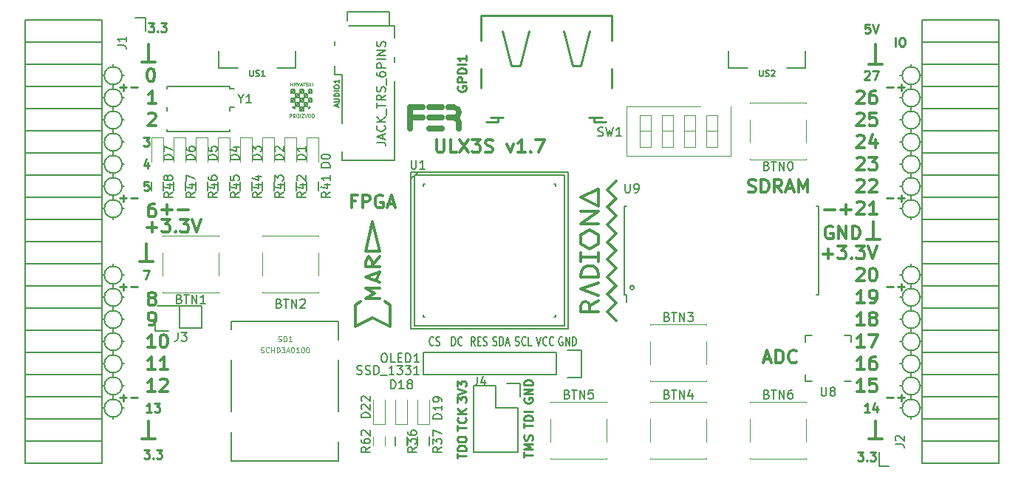
<source format=gto>
G04 #@! TF.FileFunction,Legend,Top*
%FSLAX46Y46*%
G04 Gerber Fmt 4.6, Leading zero omitted, Abs format (unit mm)*
G04 Created by KiCad (PCBNEW 4.0.7+dfsg1-1) date Wed Nov 15 00:35:09 2017*
%MOMM*%
%LPD*%
G01*
G04 APERTURE LIST*
%ADD10C,0.100000*%
%ADD11C,0.250000*%
%ADD12C,0.300000*%
%ADD13C,0.200000*%
%ADD14C,0.150000*%
%ADD15C,0.254000*%
%ADD16C,0.120000*%
%ADD17C,0.700000*%
%ADD18C,0.152400*%
%ADD19C,0.124460*%
%ADD20C,0.075000*%
G04 APERTURE END LIST*
D10*
D11*
X96148000Y-69111429D02*
X96909905Y-69111429D01*
X96528953Y-69492381D02*
X96528953Y-68730476D01*
X97386095Y-69111429D02*
X98148000Y-69111429D01*
X96148000Y-81811429D02*
X96909905Y-81811429D01*
X96528953Y-82192381D02*
X96528953Y-81430476D01*
X97386095Y-81811429D02*
X98148000Y-81811429D01*
X96148000Y-91971429D02*
X96909905Y-91971429D01*
X96528953Y-92352381D02*
X96528953Y-91590476D01*
X97386095Y-91971429D02*
X98148000Y-91971429D01*
X96148000Y-104671429D02*
X96909905Y-104671429D01*
X96528953Y-105052381D02*
X96528953Y-104290476D01*
X97386095Y-104671429D02*
X98148000Y-104671429D01*
X184032000Y-104671429D02*
X184793905Y-104671429D01*
X185270095Y-104671429D02*
X186032000Y-104671429D01*
X185651048Y-105052381D02*
X185651048Y-104290476D01*
X184032000Y-91971429D02*
X184793905Y-91971429D01*
X185270095Y-91971429D02*
X186032000Y-91971429D01*
X185651048Y-92352381D02*
X185651048Y-91590476D01*
X184032000Y-81811429D02*
X184793905Y-81811429D01*
X185270095Y-81811429D02*
X186032000Y-81811429D01*
X185651048Y-82192381D02*
X185651048Y-81430476D01*
X184032000Y-69111429D02*
X184793905Y-69111429D01*
X185270095Y-69111429D02*
X186032000Y-69111429D01*
X185651048Y-69492381D02*
X185651048Y-68730476D01*
X185016191Y-64412381D02*
X185016191Y-63412381D01*
X185682857Y-63412381D02*
X185873334Y-63412381D01*
X185968572Y-63460000D01*
X186063810Y-63555238D01*
X186111429Y-63745714D01*
X186111429Y-64079048D01*
X186063810Y-64269524D01*
X185968572Y-64364762D01*
X185873334Y-64412381D01*
X185682857Y-64412381D01*
X185587619Y-64364762D01*
X185492381Y-64269524D01*
X185444762Y-64079048D01*
X185444762Y-63745714D01*
X185492381Y-63555238D01*
X185587619Y-63460000D01*
X185682857Y-63412381D01*
D12*
X176928000Y-83117143D02*
X178070857Y-83117143D01*
X178785143Y-83117143D02*
X179928000Y-83117143D01*
X179356571Y-83688571D02*
X179356571Y-82545714D01*
D13*
X187826000Y-67770000D02*
G75*
G03X187826000Y-67770000I-1016000J0D01*
G01*
X187826000Y-70310000D02*
G75*
G03X187826000Y-70310000I-1016000J0D01*
G01*
X187826000Y-72850000D02*
G75*
G03X187826000Y-72850000I-1016000J0D01*
G01*
X187826000Y-75390000D02*
G75*
G03X187826000Y-75390000I-1016000J0D01*
G01*
X187826000Y-77930000D02*
G75*
G03X187826000Y-77930000I-1016000J0D01*
G01*
X187826000Y-80470000D02*
G75*
G03X187826000Y-80470000I-1016000J0D01*
G01*
X187826000Y-83010000D02*
G75*
G03X187826000Y-83010000I-1016000J0D01*
G01*
X187826000Y-90630000D02*
G75*
G03X187826000Y-90630000I-1016000J0D01*
G01*
X187826000Y-93170000D02*
G75*
G03X187826000Y-93170000I-1016000J0D01*
G01*
X187826000Y-95710000D02*
G75*
G03X187826000Y-95710000I-1016000J0D01*
G01*
X187826000Y-98250000D02*
G75*
G03X187826000Y-98250000I-1016000J0D01*
G01*
X187826000Y-100790000D02*
G75*
G03X187826000Y-100790000I-1016000J0D01*
G01*
X187826000Y-103330000D02*
G75*
G03X187826000Y-103330000I-1016000J0D01*
G01*
X187826000Y-105870000D02*
G75*
G03X187826000Y-105870000I-1016000J0D01*
G01*
X96386000Y-105870000D02*
G75*
G03X96386000Y-105870000I-1016000J0D01*
G01*
X96386000Y-103330000D02*
G75*
G03X96386000Y-103330000I-1016000J0D01*
G01*
X96386000Y-100790000D02*
G75*
G03X96386000Y-100790000I-1016000J0D01*
G01*
X96386000Y-98250000D02*
G75*
G03X96386000Y-98250000I-1016000J0D01*
G01*
X96386000Y-95710000D02*
G75*
G03X96386000Y-95710000I-1016000J0D01*
G01*
X96386000Y-93170000D02*
G75*
G03X96386000Y-93170000I-1016000J0D01*
G01*
X96386000Y-90630000D02*
G75*
G03X96386000Y-90630000I-1016000J0D01*
G01*
X96386000Y-83010000D02*
G75*
G03X96386000Y-83010000I-1016000J0D01*
G01*
X96386000Y-80470000D02*
G75*
G03X96386000Y-80470000I-1016000J0D01*
G01*
X96386000Y-77930000D02*
G75*
G03X96386000Y-77930000I-1016000J0D01*
G01*
X96386000Y-75390000D02*
G75*
G03X96386000Y-75390000I-1016000J0D01*
G01*
X96386000Y-72850000D02*
G75*
G03X96386000Y-72850000I-1016000J0D01*
G01*
X96386000Y-70310000D02*
G75*
G03X96386000Y-70310000I-1016000J0D01*
G01*
X96386000Y-67770000D02*
G75*
G03X96386000Y-67770000I-1016000J0D01*
G01*
D12*
X177793143Y-85054000D02*
X177650286Y-84982571D01*
X177436000Y-84982571D01*
X177221715Y-85054000D01*
X177078857Y-85196857D01*
X177007429Y-85339714D01*
X176936000Y-85625429D01*
X176936000Y-85839714D01*
X177007429Y-86125429D01*
X177078857Y-86268286D01*
X177221715Y-86411143D01*
X177436000Y-86482571D01*
X177578857Y-86482571D01*
X177793143Y-86411143D01*
X177864572Y-86339714D01*
X177864572Y-85839714D01*
X177578857Y-85839714D01*
X178507429Y-86482571D02*
X178507429Y-84982571D01*
X179364572Y-86482571D01*
X179364572Y-84982571D01*
X180078858Y-86482571D02*
X180078858Y-84982571D01*
X180436001Y-84982571D01*
X180650286Y-85054000D01*
X180793144Y-85196857D01*
X180864572Y-85339714D01*
X180936001Y-85625429D01*
X180936001Y-85839714D01*
X180864572Y-86125429D01*
X180793144Y-86268286D01*
X180650286Y-86411143D01*
X180436001Y-86482571D01*
X180078858Y-86482571D01*
X183254000Y-86566000D02*
X181730000Y-86566000D01*
X182492000Y-84534000D02*
X182492000Y-86566000D01*
X181984000Y-109426000D02*
X183508000Y-109426000D01*
X182746000Y-109426000D02*
X182746000Y-107394000D01*
D11*
X182047524Y-106322381D02*
X181476095Y-106322381D01*
X181761809Y-106322381D02*
X181761809Y-105322381D01*
X181666571Y-105465238D01*
X181571333Y-105560476D01*
X181476095Y-105608095D01*
X182904667Y-105655714D02*
X182904667Y-106322381D01*
X182666571Y-105274762D02*
X182428476Y-105989048D01*
X183047524Y-105989048D01*
X181476095Y-67317619D02*
X181523714Y-67270000D01*
X181618952Y-67222381D01*
X181857048Y-67222381D01*
X181952286Y-67270000D01*
X181999905Y-67317619D01*
X182047524Y-67412857D01*
X182047524Y-67508095D01*
X181999905Y-67650952D01*
X181428476Y-68222381D01*
X182047524Y-68222381D01*
X182380857Y-67222381D02*
X183047524Y-67222381D01*
X182618952Y-68222381D01*
D12*
X181984000Y-66500000D02*
X183508000Y-66500000D01*
X182746000Y-66500000D02*
X182746000Y-64214000D01*
X98672000Y-109426000D02*
X100196000Y-109426000D01*
X99434000Y-107394000D02*
X99434000Y-109426000D01*
D11*
X98846667Y-74842381D02*
X99465715Y-74842381D01*
X99132381Y-75223333D01*
X99275239Y-75223333D01*
X99370477Y-75270952D01*
X99418096Y-75318571D01*
X99465715Y-75413810D01*
X99465715Y-75651905D01*
X99418096Y-75747143D01*
X99370477Y-75794762D01*
X99275239Y-75842381D01*
X98989524Y-75842381D01*
X98894286Y-75794762D01*
X98846667Y-75747143D01*
X99370477Y-77715714D02*
X99370477Y-78382381D01*
X99132381Y-77334762D02*
X98894286Y-78049048D01*
X99513334Y-78049048D01*
X99418096Y-79922381D02*
X98941905Y-79922381D01*
X98894286Y-80398571D01*
X98941905Y-80350952D01*
X99037143Y-80303333D01*
X99275239Y-80303333D01*
X99370477Y-80350952D01*
X99418096Y-80398571D01*
X99465715Y-80493810D01*
X99465715Y-80731905D01*
X99418096Y-80827143D01*
X99370477Y-80874762D01*
X99275239Y-80922381D01*
X99037143Y-80922381D01*
X98941905Y-80874762D01*
X98894286Y-80827143D01*
X99751524Y-106322381D02*
X99180095Y-106322381D01*
X99465809Y-106322381D02*
X99465809Y-105322381D01*
X99370571Y-105465238D01*
X99275333Y-105560476D01*
X99180095Y-105608095D01*
X100084857Y-105322381D02*
X100703905Y-105322381D01*
X100370571Y-105703333D01*
X100513429Y-105703333D01*
X100608667Y-105750952D01*
X100656286Y-105798571D01*
X100703905Y-105893810D01*
X100703905Y-106131905D01*
X100656286Y-106227143D01*
X100608667Y-106274762D01*
X100513429Y-106322381D01*
X100227714Y-106322381D01*
X100132476Y-106274762D01*
X100084857Y-106227143D01*
X98846667Y-90082381D02*
X99513334Y-90082381D01*
X99084762Y-91082381D01*
D12*
X98418000Y-89106000D02*
X99942000Y-89106000D01*
X99180000Y-87074000D02*
X99180000Y-89106000D01*
X98672000Y-66246000D02*
X100196000Y-66246000D01*
X99434000Y-64214000D02*
X99434000Y-66246000D01*
D11*
X99402381Y-61761381D02*
X100021429Y-61761381D01*
X99688095Y-62142333D01*
X99830953Y-62142333D01*
X99926191Y-62189952D01*
X99973810Y-62237571D01*
X100021429Y-62332810D01*
X100021429Y-62570905D01*
X99973810Y-62666143D01*
X99926191Y-62713762D01*
X99830953Y-62761381D01*
X99545238Y-62761381D01*
X99450000Y-62713762D01*
X99402381Y-62666143D01*
X100450000Y-62666143D02*
X100497619Y-62713762D01*
X100450000Y-62761381D01*
X100402381Y-62713762D01*
X100450000Y-62666143D01*
X100450000Y-62761381D01*
X100830952Y-61761381D02*
X101450000Y-61761381D01*
X101116666Y-62142333D01*
X101259524Y-62142333D01*
X101354762Y-62189952D01*
X101402381Y-62237571D01*
X101450000Y-62332810D01*
X101450000Y-62570905D01*
X101402381Y-62666143D01*
X101354762Y-62713762D01*
X101259524Y-62761381D01*
X100973809Y-62761381D01*
X100878571Y-62713762D01*
X100830952Y-62666143D01*
X180682381Y-110910381D02*
X181301429Y-110910381D01*
X180968095Y-111291333D01*
X181110953Y-111291333D01*
X181206191Y-111338952D01*
X181253810Y-111386571D01*
X181301429Y-111481810D01*
X181301429Y-111719905D01*
X181253810Y-111815143D01*
X181206191Y-111862762D01*
X181110953Y-111910381D01*
X180825238Y-111910381D01*
X180730000Y-111862762D01*
X180682381Y-111815143D01*
X181730000Y-111815143D02*
X181777619Y-111862762D01*
X181730000Y-111910381D01*
X181682381Y-111862762D01*
X181730000Y-111815143D01*
X181730000Y-111910381D01*
X182110952Y-110910381D02*
X182730000Y-110910381D01*
X182396666Y-111291333D01*
X182539524Y-111291333D01*
X182634762Y-111338952D01*
X182682381Y-111386571D01*
X182730000Y-111481810D01*
X182730000Y-111719905D01*
X182682381Y-111815143D01*
X182634762Y-111862762D01*
X182539524Y-111910381D01*
X182253809Y-111910381D01*
X182158571Y-111862762D01*
X182110952Y-111815143D01*
D12*
X99228001Y-85149143D02*
X100370858Y-85149143D01*
X99799429Y-85720571D02*
X99799429Y-84577714D01*
X100942287Y-84220571D02*
X101870858Y-84220571D01*
X101370858Y-84792000D01*
X101585144Y-84792000D01*
X101728001Y-84863429D01*
X101799430Y-84934857D01*
X101870858Y-85077714D01*
X101870858Y-85434857D01*
X101799430Y-85577714D01*
X101728001Y-85649143D01*
X101585144Y-85720571D01*
X101156572Y-85720571D01*
X101013715Y-85649143D01*
X100942287Y-85577714D01*
X102513715Y-85577714D02*
X102585143Y-85649143D01*
X102513715Y-85720571D01*
X102442286Y-85649143D01*
X102513715Y-85577714D01*
X102513715Y-85720571D01*
X103085144Y-84220571D02*
X104013715Y-84220571D01*
X103513715Y-84792000D01*
X103728001Y-84792000D01*
X103870858Y-84863429D01*
X103942287Y-84934857D01*
X104013715Y-85077714D01*
X104013715Y-85434857D01*
X103942287Y-85577714D01*
X103870858Y-85649143D01*
X103728001Y-85720571D01*
X103299429Y-85720571D01*
X103156572Y-85649143D01*
X103085144Y-85577714D01*
X104442286Y-84220571D02*
X104942286Y-85720571D01*
X105442286Y-84220571D01*
D11*
X98894381Y-110656381D02*
X99513429Y-110656381D01*
X99180095Y-111037333D01*
X99322953Y-111037333D01*
X99418191Y-111084952D01*
X99465810Y-111132571D01*
X99513429Y-111227810D01*
X99513429Y-111465905D01*
X99465810Y-111561143D01*
X99418191Y-111608762D01*
X99322953Y-111656381D01*
X99037238Y-111656381D01*
X98942000Y-111608762D01*
X98894381Y-111561143D01*
X99942000Y-111561143D02*
X99989619Y-111608762D01*
X99942000Y-111656381D01*
X99894381Y-111608762D01*
X99942000Y-111561143D01*
X99942000Y-111656381D01*
X100322952Y-110656381D02*
X100942000Y-110656381D01*
X100608666Y-111037333D01*
X100751524Y-111037333D01*
X100846762Y-111084952D01*
X100894381Y-111132571D01*
X100942000Y-111227810D01*
X100942000Y-111465905D01*
X100894381Y-111561143D01*
X100846762Y-111608762D01*
X100751524Y-111656381D01*
X100465809Y-111656381D01*
X100370571Y-111608762D01*
X100322952Y-111561143D01*
X182047524Y-61888381D02*
X181571333Y-61888381D01*
X181523714Y-62364571D01*
X181571333Y-62316952D01*
X181666571Y-62269333D01*
X181904667Y-62269333D01*
X181999905Y-62316952D01*
X182047524Y-62364571D01*
X182095143Y-62459810D01*
X182095143Y-62697905D01*
X182047524Y-62793143D01*
X181999905Y-62840762D01*
X181904667Y-62888381D01*
X181666571Y-62888381D01*
X181571333Y-62840762D01*
X181523714Y-62793143D01*
X182380857Y-61888381D02*
X182714190Y-62888381D01*
X183047524Y-61888381D01*
D12*
X180587143Y-69631429D02*
X180658572Y-69560000D01*
X180801429Y-69488571D01*
X181158572Y-69488571D01*
X181301429Y-69560000D01*
X181372858Y-69631429D01*
X181444286Y-69774286D01*
X181444286Y-69917143D01*
X181372858Y-70131429D01*
X180515715Y-70988571D01*
X181444286Y-70988571D01*
X182730000Y-69488571D02*
X182444286Y-69488571D01*
X182301429Y-69560000D01*
X182230000Y-69631429D01*
X182087143Y-69845714D01*
X182015714Y-70131429D01*
X182015714Y-70702857D01*
X182087143Y-70845714D01*
X182158571Y-70917143D01*
X182301429Y-70988571D01*
X182587143Y-70988571D01*
X182730000Y-70917143D01*
X182801429Y-70845714D01*
X182872857Y-70702857D01*
X182872857Y-70345714D01*
X182801429Y-70202857D01*
X182730000Y-70131429D01*
X182587143Y-70060000D01*
X182301429Y-70060000D01*
X182158571Y-70131429D01*
X182087143Y-70202857D01*
X182015714Y-70345714D01*
X180587143Y-72171429D02*
X180658572Y-72100000D01*
X180801429Y-72028571D01*
X181158572Y-72028571D01*
X181301429Y-72100000D01*
X181372858Y-72171429D01*
X181444286Y-72314286D01*
X181444286Y-72457143D01*
X181372858Y-72671429D01*
X180515715Y-73528571D01*
X181444286Y-73528571D01*
X182801429Y-72028571D02*
X182087143Y-72028571D01*
X182015714Y-72742857D01*
X182087143Y-72671429D01*
X182230000Y-72600000D01*
X182587143Y-72600000D01*
X182730000Y-72671429D01*
X182801429Y-72742857D01*
X182872857Y-72885714D01*
X182872857Y-73242857D01*
X182801429Y-73385714D01*
X182730000Y-73457143D01*
X182587143Y-73528571D01*
X182230000Y-73528571D01*
X182087143Y-73457143D01*
X182015714Y-73385714D01*
X180587143Y-74711429D02*
X180658572Y-74640000D01*
X180801429Y-74568571D01*
X181158572Y-74568571D01*
X181301429Y-74640000D01*
X181372858Y-74711429D01*
X181444286Y-74854286D01*
X181444286Y-74997143D01*
X181372858Y-75211429D01*
X180515715Y-76068571D01*
X181444286Y-76068571D01*
X182730000Y-75068571D02*
X182730000Y-76068571D01*
X182372857Y-74497143D02*
X182015714Y-75568571D01*
X182944286Y-75568571D01*
X180587143Y-77251429D02*
X180658572Y-77180000D01*
X180801429Y-77108571D01*
X181158572Y-77108571D01*
X181301429Y-77180000D01*
X181372858Y-77251429D01*
X181444286Y-77394286D01*
X181444286Y-77537143D01*
X181372858Y-77751429D01*
X180515715Y-78608571D01*
X181444286Y-78608571D01*
X181944286Y-77108571D02*
X182872857Y-77108571D01*
X182372857Y-77680000D01*
X182587143Y-77680000D01*
X182730000Y-77751429D01*
X182801429Y-77822857D01*
X182872857Y-77965714D01*
X182872857Y-78322857D01*
X182801429Y-78465714D01*
X182730000Y-78537143D01*
X182587143Y-78608571D01*
X182158571Y-78608571D01*
X182015714Y-78537143D01*
X181944286Y-78465714D01*
X180587143Y-79791429D02*
X180658572Y-79720000D01*
X180801429Y-79648571D01*
X181158572Y-79648571D01*
X181301429Y-79720000D01*
X181372858Y-79791429D01*
X181444286Y-79934286D01*
X181444286Y-80077143D01*
X181372858Y-80291429D01*
X180515715Y-81148571D01*
X181444286Y-81148571D01*
X182015714Y-79791429D02*
X182087143Y-79720000D01*
X182230000Y-79648571D01*
X182587143Y-79648571D01*
X182730000Y-79720000D01*
X182801429Y-79791429D01*
X182872857Y-79934286D01*
X182872857Y-80077143D01*
X182801429Y-80291429D01*
X181944286Y-81148571D01*
X182872857Y-81148571D01*
X180587143Y-82331429D02*
X180658572Y-82260000D01*
X180801429Y-82188571D01*
X181158572Y-82188571D01*
X181301429Y-82260000D01*
X181372858Y-82331429D01*
X181444286Y-82474286D01*
X181444286Y-82617143D01*
X181372858Y-82831429D01*
X180515715Y-83688571D01*
X181444286Y-83688571D01*
X182872857Y-83688571D02*
X182015714Y-83688571D01*
X182444286Y-83688571D02*
X182444286Y-82188571D01*
X182301429Y-82402857D01*
X182158571Y-82545714D01*
X182015714Y-82617143D01*
X176698001Y-88197143D02*
X177840858Y-88197143D01*
X177269429Y-88768571D02*
X177269429Y-87625714D01*
X178412287Y-87268571D02*
X179340858Y-87268571D01*
X178840858Y-87840000D01*
X179055144Y-87840000D01*
X179198001Y-87911429D01*
X179269430Y-87982857D01*
X179340858Y-88125714D01*
X179340858Y-88482857D01*
X179269430Y-88625714D01*
X179198001Y-88697143D01*
X179055144Y-88768571D01*
X178626572Y-88768571D01*
X178483715Y-88697143D01*
X178412287Y-88625714D01*
X179983715Y-88625714D02*
X180055143Y-88697143D01*
X179983715Y-88768571D01*
X179912286Y-88697143D01*
X179983715Y-88625714D01*
X179983715Y-88768571D01*
X180555144Y-87268571D02*
X181483715Y-87268571D01*
X180983715Y-87840000D01*
X181198001Y-87840000D01*
X181340858Y-87911429D01*
X181412287Y-87982857D01*
X181483715Y-88125714D01*
X181483715Y-88482857D01*
X181412287Y-88625714D01*
X181340858Y-88697143D01*
X181198001Y-88768571D01*
X180769429Y-88768571D01*
X180626572Y-88697143D01*
X180555144Y-88625714D01*
X181912286Y-87268571D02*
X182412286Y-88768571D01*
X182912286Y-87268571D01*
X180587143Y-89951429D02*
X180658572Y-89880000D01*
X180801429Y-89808571D01*
X181158572Y-89808571D01*
X181301429Y-89880000D01*
X181372858Y-89951429D01*
X181444286Y-90094286D01*
X181444286Y-90237143D01*
X181372858Y-90451429D01*
X180515715Y-91308571D01*
X181444286Y-91308571D01*
X182372857Y-89808571D02*
X182515714Y-89808571D01*
X182658571Y-89880000D01*
X182730000Y-89951429D01*
X182801429Y-90094286D01*
X182872857Y-90380000D01*
X182872857Y-90737143D01*
X182801429Y-91022857D01*
X182730000Y-91165714D01*
X182658571Y-91237143D01*
X182515714Y-91308571D01*
X182372857Y-91308571D01*
X182230000Y-91237143D01*
X182158571Y-91165714D01*
X182087143Y-91022857D01*
X182015714Y-90737143D01*
X182015714Y-90380000D01*
X182087143Y-90094286D01*
X182158571Y-89951429D01*
X182230000Y-89880000D01*
X182372857Y-89808571D01*
X181444286Y-93848571D02*
X180587143Y-93848571D01*
X181015715Y-93848571D02*
X181015715Y-92348571D01*
X180872858Y-92562857D01*
X180730000Y-92705714D01*
X180587143Y-92777143D01*
X182158571Y-93848571D02*
X182444286Y-93848571D01*
X182587143Y-93777143D01*
X182658571Y-93705714D01*
X182801429Y-93491429D01*
X182872857Y-93205714D01*
X182872857Y-92634286D01*
X182801429Y-92491429D01*
X182730000Y-92420000D01*
X182587143Y-92348571D01*
X182301429Y-92348571D01*
X182158571Y-92420000D01*
X182087143Y-92491429D01*
X182015714Y-92634286D01*
X182015714Y-92991429D01*
X182087143Y-93134286D01*
X182158571Y-93205714D01*
X182301429Y-93277143D01*
X182587143Y-93277143D01*
X182730000Y-93205714D01*
X182801429Y-93134286D01*
X182872857Y-92991429D01*
X181444286Y-96388571D02*
X180587143Y-96388571D01*
X181015715Y-96388571D02*
X181015715Y-94888571D01*
X180872858Y-95102857D01*
X180730000Y-95245714D01*
X180587143Y-95317143D01*
X182301429Y-95531429D02*
X182158571Y-95460000D01*
X182087143Y-95388571D01*
X182015714Y-95245714D01*
X182015714Y-95174286D01*
X182087143Y-95031429D01*
X182158571Y-94960000D01*
X182301429Y-94888571D01*
X182587143Y-94888571D01*
X182730000Y-94960000D01*
X182801429Y-95031429D01*
X182872857Y-95174286D01*
X182872857Y-95245714D01*
X182801429Y-95388571D01*
X182730000Y-95460000D01*
X182587143Y-95531429D01*
X182301429Y-95531429D01*
X182158571Y-95602857D01*
X182087143Y-95674286D01*
X182015714Y-95817143D01*
X182015714Y-96102857D01*
X182087143Y-96245714D01*
X182158571Y-96317143D01*
X182301429Y-96388571D01*
X182587143Y-96388571D01*
X182730000Y-96317143D01*
X182801429Y-96245714D01*
X182872857Y-96102857D01*
X182872857Y-95817143D01*
X182801429Y-95674286D01*
X182730000Y-95602857D01*
X182587143Y-95531429D01*
X181444286Y-98928571D02*
X180587143Y-98928571D01*
X181015715Y-98928571D02*
X181015715Y-97428571D01*
X180872858Y-97642857D01*
X180730000Y-97785714D01*
X180587143Y-97857143D01*
X181944286Y-97428571D02*
X182944286Y-97428571D01*
X182301429Y-98928571D01*
X181444286Y-101468571D02*
X180587143Y-101468571D01*
X181015715Y-101468571D02*
X181015715Y-99968571D01*
X180872858Y-100182857D01*
X180730000Y-100325714D01*
X180587143Y-100397143D01*
X182730000Y-99968571D02*
X182444286Y-99968571D01*
X182301429Y-100040000D01*
X182230000Y-100111429D01*
X182087143Y-100325714D01*
X182015714Y-100611429D01*
X182015714Y-101182857D01*
X182087143Y-101325714D01*
X182158571Y-101397143D01*
X182301429Y-101468571D01*
X182587143Y-101468571D01*
X182730000Y-101397143D01*
X182801429Y-101325714D01*
X182872857Y-101182857D01*
X182872857Y-100825714D01*
X182801429Y-100682857D01*
X182730000Y-100611429D01*
X182587143Y-100540000D01*
X182301429Y-100540000D01*
X182158571Y-100611429D01*
X182087143Y-100682857D01*
X182015714Y-100825714D01*
X181444286Y-104008571D02*
X180587143Y-104008571D01*
X181015715Y-104008571D02*
X181015715Y-102508571D01*
X180872858Y-102722857D01*
X180730000Y-102865714D01*
X180587143Y-102937143D01*
X182801429Y-102508571D02*
X182087143Y-102508571D01*
X182015714Y-103222857D01*
X182087143Y-103151429D01*
X182230000Y-103080000D01*
X182587143Y-103080000D01*
X182730000Y-103151429D01*
X182801429Y-103222857D01*
X182872857Y-103365714D01*
X182872857Y-103722857D01*
X182801429Y-103865714D01*
X182730000Y-103937143D01*
X182587143Y-104008571D01*
X182230000Y-104008571D01*
X182087143Y-103937143D01*
X182015714Y-103865714D01*
D13*
X186810000Y-66500000D02*
X186810000Y-66754000D01*
X187826000Y-67770000D02*
X188080000Y-67770000D01*
X185540000Y-67770000D02*
X185794000Y-67770000D01*
X186810000Y-69294000D02*
X186810000Y-68786000D01*
X187826000Y-70310000D02*
X188080000Y-70310000D01*
X185540000Y-70310000D02*
X185794000Y-70310000D01*
X186810000Y-71326000D02*
X186810000Y-71834000D01*
X187826000Y-72850000D02*
X188080000Y-72850000D01*
X185540000Y-72850000D02*
X185794000Y-72850000D01*
X186810000Y-73866000D02*
X186810000Y-74374000D01*
X187826000Y-75390000D02*
X188080000Y-75390000D01*
X185540000Y-75390000D02*
X185794000Y-75390000D01*
X186810000Y-76406000D02*
X186810000Y-76914000D01*
X187826000Y-77930000D02*
X188080000Y-77930000D01*
X185540000Y-77930000D02*
X185794000Y-77930000D01*
X186810000Y-79454000D02*
X186810000Y-78946000D01*
X187826000Y-80470000D02*
X188080000Y-80470000D01*
X185540000Y-80470000D02*
X185794000Y-80470000D01*
X186810000Y-81994000D02*
X186810000Y-81486000D01*
X187826000Y-83010000D02*
X188080000Y-83010000D01*
X185540000Y-83010000D02*
X185794000Y-83010000D01*
X186810000Y-84026000D02*
X186810000Y-84280000D01*
X186810000Y-89360000D02*
X186810000Y-89614000D01*
X187826000Y-90630000D02*
X188080000Y-90630000D01*
X185540000Y-90630000D02*
X185794000Y-90630000D01*
X186810000Y-91646000D02*
X186810000Y-92154000D01*
X187826000Y-93170000D02*
X188080000Y-93170000D01*
X185540000Y-93170000D02*
X185794000Y-93170000D01*
X186810000Y-94186000D02*
X186810000Y-94694000D01*
X187826000Y-95710000D02*
X188080000Y-95710000D01*
X185540000Y-95710000D02*
X185794000Y-95710000D01*
X186810000Y-97234000D02*
X186810000Y-96726000D01*
X187826000Y-98250000D02*
X188080000Y-98250000D01*
X185540000Y-98250000D02*
X185794000Y-98250000D01*
X187826000Y-100790000D02*
X188080000Y-100790000D01*
X185540000Y-100790000D02*
X185794000Y-100790000D01*
X186810000Y-99266000D02*
X186810000Y-99774000D01*
X186810000Y-102314000D02*
X186810000Y-101806000D01*
X187826000Y-103330000D02*
X188080000Y-103330000D01*
X185540000Y-103330000D02*
X185794000Y-103330000D01*
X186810000Y-104346000D02*
X186810000Y-104854000D01*
X185540000Y-105870000D02*
X185794000Y-105870000D01*
X187826000Y-105870000D02*
X188080000Y-105870000D01*
X186810000Y-106886000D02*
X186810000Y-107140000D01*
X95370000Y-66754000D02*
X95370000Y-66500000D01*
X96386000Y-67770000D02*
X96640000Y-67770000D01*
X94100000Y-67770000D02*
X94354000Y-67770000D01*
X95370000Y-68786000D02*
X95370000Y-69294000D01*
X96386000Y-70310000D02*
X96640000Y-70310000D01*
X94100000Y-70310000D02*
X94354000Y-70310000D01*
X95370000Y-71326000D02*
X95370000Y-71834000D01*
X96386000Y-72850000D02*
X96640000Y-72850000D01*
X94100000Y-72850000D02*
X94354000Y-72850000D01*
X95370000Y-73866000D02*
X95370000Y-74374000D01*
X96386000Y-75390000D02*
X96640000Y-75390000D01*
X95370000Y-76406000D02*
X95370000Y-76914000D01*
X96386000Y-77930000D02*
X96640000Y-77930000D01*
X94100000Y-77930000D02*
X94354000Y-77930000D01*
X95370000Y-79454000D02*
X95370000Y-78946000D01*
X96386000Y-80470000D02*
X96640000Y-80470000D01*
X94100000Y-80470000D02*
X94354000Y-80470000D01*
X95370000Y-81486000D02*
X95370000Y-81994000D01*
X96386000Y-83010000D02*
X96640000Y-83010000D01*
X95370000Y-84026000D02*
X95370000Y-84280000D01*
X94100000Y-83010000D02*
X94354000Y-83010000D01*
X95370000Y-106886000D02*
X95370000Y-107140000D01*
X95370000Y-89360000D02*
X95370000Y-89614000D01*
X96386000Y-93170000D02*
X96640000Y-93170000D01*
X94100000Y-93170000D02*
X94354000Y-93170000D01*
X95370000Y-94186000D02*
X95370000Y-94694000D01*
X94100000Y-90630000D02*
X94354000Y-90630000D01*
X96386000Y-90630000D02*
X96640000Y-90630000D01*
X95370000Y-92154000D02*
X95370000Y-91646000D01*
X96386000Y-95710000D02*
X96640000Y-95710000D01*
X94100000Y-95710000D02*
X94354000Y-95710000D01*
X96386000Y-98250000D02*
X96640000Y-98250000D01*
X94354000Y-98250000D02*
X94100000Y-98250000D01*
X95370000Y-96726000D02*
X95370000Y-97234000D01*
X95370000Y-99266000D02*
X95370000Y-99774000D01*
X94100000Y-100790000D02*
X94354000Y-100790000D01*
X96386000Y-100790000D02*
X96640000Y-100790000D01*
X94100000Y-103330000D02*
X94354000Y-103330000D01*
X96386000Y-103330000D02*
X96640000Y-103330000D01*
X95370000Y-101806000D02*
X95370000Y-102314000D01*
X95370000Y-104346000D02*
X95370000Y-104854000D01*
X96386000Y-105870000D02*
X96640000Y-105870000D01*
X94100000Y-105870000D02*
X94354000Y-105870000D01*
D12*
X100982000Y-83117143D02*
X102124857Y-83117143D01*
X101553428Y-83688571D02*
X101553428Y-82545714D01*
X102839143Y-83117143D02*
X103982000Y-83117143D01*
X100164286Y-104008571D02*
X99307143Y-104008571D01*
X99735715Y-104008571D02*
X99735715Y-102508571D01*
X99592858Y-102722857D01*
X99450000Y-102865714D01*
X99307143Y-102937143D01*
X100735714Y-102651429D02*
X100807143Y-102580000D01*
X100950000Y-102508571D01*
X101307143Y-102508571D01*
X101450000Y-102580000D01*
X101521429Y-102651429D01*
X101592857Y-102794286D01*
X101592857Y-102937143D01*
X101521429Y-103151429D01*
X100664286Y-104008571D01*
X101592857Y-104008571D01*
X100164286Y-101468571D02*
X99307143Y-101468571D01*
X99735715Y-101468571D02*
X99735715Y-99968571D01*
X99592858Y-100182857D01*
X99450000Y-100325714D01*
X99307143Y-100397143D01*
X101592857Y-101468571D02*
X100735714Y-101468571D01*
X101164286Y-101468571D02*
X101164286Y-99968571D01*
X101021429Y-100182857D01*
X100878571Y-100325714D01*
X100735714Y-100397143D01*
X100164286Y-98928571D02*
X99307143Y-98928571D01*
X99735715Y-98928571D02*
X99735715Y-97428571D01*
X99592858Y-97642857D01*
X99450000Y-97785714D01*
X99307143Y-97857143D01*
X101092857Y-97428571D02*
X101235714Y-97428571D01*
X101378571Y-97500000D01*
X101450000Y-97571429D01*
X101521429Y-97714286D01*
X101592857Y-98000000D01*
X101592857Y-98357143D01*
X101521429Y-98642857D01*
X101450000Y-98785714D01*
X101378571Y-98857143D01*
X101235714Y-98928571D01*
X101092857Y-98928571D01*
X100950000Y-98857143D01*
X100878571Y-98785714D01*
X100807143Y-98642857D01*
X100735714Y-98357143D01*
X100735714Y-98000000D01*
X100807143Y-97714286D01*
X100878571Y-97571429D01*
X100950000Y-97500000D01*
X101092857Y-97428571D01*
X99529286Y-96388571D02*
X99815001Y-96388571D01*
X99957858Y-96317143D01*
X100029286Y-96245714D01*
X100172144Y-96031429D01*
X100243572Y-95745714D01*
X100243572Y-95174286D01*
X100172144Y-95031429D01*
X100100715Y-94960000D01*
X99957858Y-94888571D01*
X99672144Y-94888571D01*
X99529286Y-94960000D01*
X99457858Y-95031429D01*
X99386429Y-95174286D01*
X99386429Y-95531429D01*
X99457858Y-95674286D01*
X99529286Y-95745714D01*
X99672144Y-95817143D01*
X99957858Y-95817143D01*
X100100715Y-95745714D01*
X100172144Y-95674286D01*
X100243572Y-95531429D01*
X99672144Y-93245429D02*
X99529286Y-93174000D01*
X99457858Y-93102571D01*
X99386429Y-92959714D01*
X99386429Y-92888286D01*
X99457858Y-92745429D01*
X99529286Y-92674000D01*
X99672144Y-92602571D01*
X99957858Y-92602571D01*
X100100715Y-92674000D01*
X100172144Y-92745429D01*
X100243572Y-92888286D01*
X100243572Y-92959714D01*
X100172144Y-93102571D01*
X100100715Y-93174000D01*
X99957858Y-93245429D01*
X99672144Y-93245429D01*
X99529286Y-93316857D01*
X99457858Y-93388286D01*
X99386429Y-93531143D01*
X99386429Y-93816857D01*
X99457858Y-93959714D01*
X99529286Y-94031143D01*
X99672144Y-94102571D01*
X99957858Y-94102571D01*
X100100715Y-94031143D01*
X100172144Y-93959714D01*
X100243572Y-93816857D01*
X100243572Y-93531143D01*
X100172144Y-93388286D01*
X100100715Y-93316857D01*
X99957858Y-93245429D01*
X100100715Y-82442571D02*
X99815001Y-82442571D01*
X99672144Y-82514000D01*
X99600715Y-82585429D01*
X99457858Y-82799714D01*
X99386429Y-83085429D01*
X99386429Y-83656857D01*
X99457858Y-83799714D01*
X99529286Y-83871143D01*
X99672144Y-83942571D01*
X99957858Y-83942571D01*
X100100715Y-83871143D01*
X100172144Y-83799714D01*
X100243572Y-83656857D01*
X100243572Y-83299714D01*
X100172144Y-83156857D01*
X100100715Y-83085429D01*
X99957858Y-83014000D01*
X99672144Y-83014000D01*
X99529286Y-83085429D01*
X99457858Y-83156857D01*
X99386429Y-83299714D01*
X99386429Y-72171429D02*
X99457858Y-72100000D01*
X99600715Y-72028571D01*
X99957858Y-72028571D01*
X100100715Y-72100000D01*
X100172144Y-72171429D01*
X100243572Y-72314286D01*
X100243572Y-72457143D01*
X100172144Y-72671429D01*
X99315001Y-73528571D01*
X100243572Y-73528571D01*
X100243572Y-70988571D02*
X99386429Y-70988571D01*
X99815001Y-70988571D02*
X99815001Y-69488571D01*
X99672144Y-69702857D01*
X99529286Y-69845714D01*
X99386429Y-69917143D01*
X99616572Y-66948571D02*
X99759429Y-66948571D01*
X99902286Y-67020000D01*
X99973715Y-67091429D01*
X100045144Y-67234286D01*
X100116572Y-67520000D01*
X100116572Y-67877143D01*
X100045144Y-68162857D01*
X99973715Y-68305714D01*
X99902286Y-68377143D01*
X99759429Y-68448571D01*
X99616572Y-68448571D01*
X99473715Y-68377143D01*
X99402286Y-68305714D01*
X99330858Y-68162857D01*
X99259429Y-67877143D01*
X99259429Y-67520000D01*
X99330858Y-67234286D01*
X99402286Y-67091429D01*
X99473715Y-67020000D01*
X99616572Y-66948571D01*
X132442858Y-75076571D02*
X132442858Y-76290857D01*
X132514286Y-76433714D01*
X132585715Y-76505143D01*
X132728572Y-76576571D01*
X133014286Y-76576571D01*
X133157144Y-76505143D01*
X133228572Y-76433714D01*
X133300001Y-76290857D01*
X133300001Y-75076571D01*
X134728573Y-76576571D02*
X134014287Y-76576571D01*
X134014287Y-75076571D01*
X135085716Y-75076571D02*
X136085716Y-76576571D01*
X136085716Y-75076571D02*
X135085716Y-76576571D01*
X136514287Y-75076571D02*
X137442858Y-75076571D01*
X136942858Y-75648000D01*
X137157144Y-75648000D01*
X137300001Y-75719429D01*
X137371430Y-75790857D01*
X137442858Y-75933714D01*
X137442858Y-76290857D01*
X137371430Y-76433714D01*
X137300001Y-76505143D01*
X137157144Y-76576571D01*
X136728572Y-76576571D01*
X136585715Y-76505143D01*
X136514287Y-76433714D01*
X138014286Y-76505143D02*
X138228572Y-76576571D01*
X138585715Y-76576571D01*
X138728572Y-76505143D01*
X138800001Y-76433714D01*
X138871429Y-76290857D01*
X138871429Y-76148000D01*
X138800001Y-76005143D01*
X138728572Y-75933714D01*
X138585715Y-75862286D01*
X138300001Y-75790857D01*
X138157143Y-75719429D01*
X138085715Y-75648000D01*
X138014286Y-75505143D01*
X138014286Y-75362286D01*
X138085715Y-75219429D01*
X138157143Y-75148000D01*
X138300001Y-75076571D01*
X138657143Y-75076571D01*
X138871429Y-75148000D01*
X140514286Y-75576571D02*
X140871429Y-76576571D01*
X141228571Y-75576571D01*
X142585714Y-76576571D02*
X141728571Y-76576571D01*
X142157143Y-76576571D02*
X142157143Y-75076571D01*
X142014286Y-75290857D01*
X141871428Y-75433714D01*
X141728571Y-75505143D01*
X143228571Y-76433714D02*
X143299999Y-76505143D01*
X143228571Y-76576571D01*
X143157142Y-76505143D01*
X143228571Y-76433714D01*
X143228571Y-76576571D01*
X143800000Y-75076571D02*
X144800000Y-75076571D01*
X144157143Y-76576571D01*
X123159429Y-82140857D02*
X122659429Y-82140857D01*
X122659429Y-82926571D02*
X122659429Y-81426571D01*
X123373715Y-81426571D01*
X123945143Y-82926571D02*
X123945143Y-81426571D01*
X124516571Y-81426571D01*
X124659429Y-81498000D01*
X124730857Y-81569429D01*
X124802286Y-81712286D01*
X124802286Y-81926571D01*
X124730857Y-82069429D01*
X124659429Y-82140857D01*
X124516571Y-82212286D01*
X123945143Y-82212286D01*
X126230857Y-81498000D02*
X126088000Y-81426571D01*
X125873714Y-81426571D01*
X125659429Y-81498000D01*
X125516571Y-81640857D01*
X125445143Y-81783714D01*
X125373714Y-82069429D01*
X125373714Y-82283714D01*
X125445143Y-82569429D01*
X125516571Y-82712286D01*
X125659429Y-82855143D01*
X125873714Y-82926571D01*
X126016571Y-82926571D01*
X126230857Y-82855143D01*
X126302286Y-82783714D01*
X126302286Y-82283714D01*
X126016571Y-82283714D01*
X126873714Y-82498000D02*
X127588000Y-82498000D01*
X126730857Y-82926571D02*
X127230857Y-81426571D01*
X127730857Y-82926571D01*
X168141429Y-81077143D02*
X168355715Y-81148571D01*
X168712858Y-81148571D01*
X168855715Y-81077143D01*
X168927144Y-81005714D01*
X168998572Y-80862857D01*
X168998572Y-80720000D01*
X168927144Y-80577143D01*
X168855715Y-80505714D01*
X168712858Y-80434286D01*
X168427144Y-80362857D01*
X168284286Y-80291429D01*
X168212858Y-80220000D01*
X168141429Y-80077143D01*
X168141429Y-79934286D01*
X168212858Y-79791429D01*
X168284286Y-79720000D01*
X168427144Y-79648571D01*
X168784286Y-79648571D01*
X168998572Y-79720000D01*
X169641429Y-81148571D02*
X169641429Y-79648571D01*
X169998572Y-79648571D01*
X170212857Y-79720000D01*
X170355715Y-79862857D01*
X170427143Y-80005714D01*
X170498572Y-80291429D01*
X170498572Y-80505714D01*
X170427143Y-80791429D01*
X170355715Y-80934286D01*
X170212857Y-81077143D01*
X169998572Y-81148571D01*
X169641429Y-81148571D01*
X171998572Y-81148571D02*
X171498572Y-80434286D01*
X171141429Y-81148571D02*
X171141429Y-79648571D01*
X171712857Y-79648571D01*
X171855715Y-79720000D01*
X171927143Y-79791429D01*
X171998572Y-79934286D01*
X171998572Y-80148571D01*
X171927143Y-80291429D01*
X171855715Y-80362857D01*
X171712857Y-80434286D01*
X171141429Y-80434286D01*
X172570000Y-80720000D02*
X173284286Y-80720000D01*
X172427143Y-81148571D02*
X172927143Y-79648571D01*
X173427143Y-81148571D01*
X173927143Y-81148571D02*
X173927143Y-79648571D01*
X174427143Y-80720000D01*
X174927143Y-79648571D01*
X174927143Y-81148571D01*
X169966857Y-100278000D02*
X170681143Y-100278000D01*
X169824000Y-100706571D02*
X170324000Y-99206571D01*
X170824000Y-100706571D01*
X171324000Y-100706571D02*
X171324000Y-99206571D01*
X171681143Y-99206571D01*
X171895428Y-99278000D01*
X172038286Y-99420857D01*
X172109714Y-99563714D01*
X172181143Y-99849429D01*
X172181143Y-100063714D01*
X172109714Y-100349429D01*
X172038286Y-100492286D01*
X171895428Y-100635143D01*
X171681143Y-100706571D01*
X171324000Y-100706571D01*
X173681143Y-100563714D02*
X173609714Y-100635143D01*
X173395428Y-100706571D01*
X173252571Y-100706571D01*
X173038286Y-100635143D01*
X172895428Y-100492286D01*
X172824000Y-100349429D01*
X172752571Y-100063714D01*
X172752571Y-99849429D01*
X172824000Y-99563714D01*
X172895428Y-99420857D01*
X173038286Y-99278000D01*
X173252571Y-99206571D01*
X173395428Y-99206571D01*
X173609714Y-99278000D01*
X173681143Y-99349429D01*
D11*
X142447381Y-111521333D02*
X142447381Y-110949904D01*
X143447381Y-111235619D02*
X142447381Y-111235619D01*
X143447381Y-110616571D02*
X142447381Y-110616571D01*
X143161667Y-110283237D01*
X142447381Y-109949904D01*
X143447381Y-109949904D01*
X143399762Y-109521333D02*
X143447381Y-109378476D01*
X143447381Y-109140380D01*
X143399762Y-109045142D01*
X143352143Y-108997523D01*
X143256905Y-108949904D01*
X143161667Y-108949904D01*
X143066429Y-108997523D01*
X143018810Y-109045142D01*
X142971190Y-109140380D01*
X142923571Y-109330857D01*
X142875952Y-109426095D01*
X142828333Y-109473714D01*
X142733095Y-109521333D01*
X142637857Y-109521333D01*
X142542619Y-109473714D01*
X142495000Y-109426095D01*
X142447381Y-109330857D01*
X142447381Y-109092761D01*
X142495000Y-108949904D01*
X142447381Y-108163809D02*
X142447381Y-107592380D01*
X143447381Y-107878095D02*
X142447381Y-107878095D01*
X143447381Y-107259047D02*
X142447381Y-107259047D01*
X142447381Y-107020952D01*
X142495000Y-106878094D01*
X142590238Y-106782856D01*
X142685476Y-106735237D01*
X142875952Y-106687618D01*
X143018810Y-106687618D01*
X143209286Y-106735237D01*
X143304524Y-106782856D01*
X143399762Y-106878094D01*
X143447381Y-107020952D01*
X143447381Y-107259047D01*
X143447381Y-106259047D02*
X142447381Y-106259047D01*
X142495000Y-104726904D02*
X142447381Y-104822142D01*
X142447381Y-104964999D01*
X142495000Y-105107857D01*
X142590238Y-105203095D01*
X142685476Y-105250714D01*
X142875952Y-105298333D01*
X143018810Y-105298333D01*
X143209286Y-105250714D01*
X143304524Y-105203095D01*
X143399762Y-105107857D01*
X143447381Y-104964999D01*
X143447381Y-104869761D01*
X143399762Y-104726904D01*
X143352143Y-104679285D01*
X143018810Y-104679285D01*
X143018810Y-104869761D01*
X143447381Y-104250714D02*
X142447381Y-104250714D01*
X143447381Y-103679285D01*
X142447381Y-103679285D01*
X143447381Y-103203095D02*
X142447381Y-103203095D01*
X142447381Y-102965000D01*
X142495000Y-102822142D01*
X142590238Y-102726904D01*
X142685476Y-102679285D01*
X142875952Y-102631666D01*
X143018810Y-102631666D01*
X143209286Y-102679285D01*
X143304524Y-102726904D01*
X143399762Y-102822142D01*
X143447381Y-102965000D01*
X143447381Y-103203095D01*
X134827381Y-111624524D02*
X134827381Y-111053095D01*
X135827381Y-111338810D02*
X134827381Y-111338810D01*
X135827381Y-110719762D02*
X134827381Y-110719762D01*
X134827381Y-110481667D01*
X134875000Y-110338809D01*
X134970238Y-110243571D01*
X135065476Y-110195952D01*
X135255952Y-110148333D01*
X135398810Y-110148333D01*
X135589286Y-110195952D01*
X135684524Y-110243571D01*
X135779762Y-110338809D01*
X135827381Y-110481667D01*
X135827381Y-110719762D01*
X134827381Y-109529286D02*
X134827381Y-109338809D01*
X134875000Y-109243571D01*
X134970238Y-109148333D01*
X135160714Y-109100714D01*
X135494048Y-109100714D01*
X135684524Y-109148333D01*
X135779762Y-109243571D01*
X135827381Y-109338809D01*
X135827381Y-109529286D01*
X135779762Y-109624524D01*
X135684524Y-109719762D01*
X135494048Y-109767381D01*
X135160714Y-109767381D01*
X134970238Y-109719762D01*
X134875000Y-109624524D01*
X134827381Y-109529286D01*
X134827381Y-108425714D02*
X134827381Y-107854285D01*
X135827381Y-108140000D02*
X134827381Y-108140000D01*
X135732143Y-106949523D02*
X135779762Y-106997142D01*
X135827381Y-107139999D01*
X135827381Y-107235237D01*
X135779762Y-107378095D01*
X135684524Y-107473333D01*
X135589286Y-107520952D01*
X135398810Y-107568571D01*
X135255952Y-107568571D01*
X135065476Y-107520952D01*
X134970238Y-107473333D01*
X134875000Y-107378095D01*
X134827381Y-107235237D01*
X134827381Y-107139999D01*
X134875000Y-106997142D01*
X134922619Y-106949523D01*
X135827381Y-106520952D02*
X134827381Y-106520952D01*
X135827381Y-105949523D02*
X135255952Y-106378095D01*
X134827381Y-105949523D02*
X135398810Y-106520952D01*
X134827381Y-105203095D02*
X134827381Y-104584047D01*
X135208333Y-104917381D01*
X135208333Y-104774523D01*
X135255952Y-104679285D01*
X135303571Y-104631666D01*
X135398810Y-104584047D01*
X135636905Y-104584047D01*
X135732143Y-104631666D01*
X135779762Y-104679285D01*
X135827381Y-104774523D01*
X135827381Y-105060238D01*
X135779762Y-105155476D01*
X135732143Y-105203095D01*
X134827381Y-104298333D02*
X135827381Y-103965000D01*
X134827381Y-103631666D01*
X134827381Y-103393571D02*
X134827381Y-102774523D01*
X135208333Y-103107857D01*
X135208333Y-102964999D01*
X135255952Y-102869761D01*
X135303571Y-102822142D01*
X135398810Y-102774523D01*
X135636905Y-102774523D01*
X135732143Y-102822142D01*
X135779762Y-102869761D01*
X135827381Y-102964999D01*
X135827381Y-103250714D01*
X135779762Y-103345952D01*
X135732143Y-103393571D01*
D14*
X85270000Y-112220000D02*
X94100000Y-112220000D01*
X85270000Y-109680000D02*
X85270000Y-112220000D01*
X94100000Y-109680000D02*
X94100000Y-112220000D01*
X94100000Y-112220000D02*
X85270000Y-112220000D01*
X94100000Y-109680000D02*
X85270000Y-109680000D01*
X94100000Y-107140000D02*
X94100000Y-109680000D01*
X85270000Y-107140000D02*
X85270000Y-109680000D01*
X85270000Y-109680000D02*
X94100000Y-109680000D01*
X85270000Y-91900000D02*
X94100000Y-91900000D01*
X85270000Y-89360000D02*
X85270000Y-91900000D01*
X94100000Y-89360000D02*
X94100000Y-91900000D01*
X94100000Y-91900000D02*
X85270000Y-91900000D01*
X94100000Y-94440000D02*
X85270000Y-94440000D01*
X94100000Y-91900000D02*
X94100000Y-94440000D01*
X85270000Y-91900000D02*
X85270000Y-94440000D01*
X85270000Y-94440000D02*
X94100000Y-94440000D01*
X85270000Y-107140000D02*
X94100000Y-107140000D01*
X85270000Y-104600000D02*
X85270000Y-107140000D01*
X94100000Y-104600000D02*
X94100000Y-107140000D01*
X94100000Y-107140000D02*
X85270000Y-107140000D01*
X94100000Y-104600000D02*
X85270000Y-104600000D01*
X94100000Y-102060000D02*
X94100000Y-104600000D01*
X85270000Y-102060000D02*
X85270000Y-104600000D01*
X85270000Y-104600000D02*
X94100000Y-104600000D01*
X85270000Y-102060000D02*
X94100000Y-102060000D01*
X85270000Y-99520000D02*
X85270000Y-102060000D01*
X94100000Y-99520000D02*
X94100000Y-102060000D01*
X94100000Y-102060000D02*
X85270000Y-102060000D01*
X94100000Y-99520000D02*
X85270000Y-99520000D01*
X94100000Y-96980000D02*
X94100000Y-99520000D01*
X85270000Y-96980000D02*
X85270000Y-99520000D01*
X85270000Y-99520000D02*
X94100000Y-99520000D01*
X85270000Y-96980000D02*
X94100000Y-96980000D01*
X85270000Y-94440000D02*
X85270000Y-96980000D01*
X94100000Y-94440000D02*
X94100000Y-96980000D01*
X94100000Y-96980000D02*
X85270000Y-96980000D01*
X94100000Y-79200000D02*
X85270000Y-79200000D01*
X94100000Y-76660000D02*
X94100000Y-79200000D01*
X85270000Y-76660000D02*
X85270000Y-79200000D01*
X85270000Y-79200000D02*
X94100000Y-79200000D01*
X85270000Y-81740000D02*
X94100000Y-81740000D01*
X85270000Y-79200000D02*
X85270000Y-81740000D01*
X94100000Y-79200000D02*
X94100000Y-81740000D01*
X94100000Y-81740000D02*
X85270000Y-81740000D01*
X94100000Y-84280000D02*
X85270000Y-84280000D01*
X94100000Y-81740000D02*
X94100000Y-84280000D01*
X85270000Y-81740000D02*
X85270000Y-84280000D01*
X85270000Y-84280000D02*
X94100000Y-84280000D01*
X85270000Y-86820000D02*
X94100000Y-86820000D01*
X85270000Y-84280000D02*
X85270000Y-86820000D01*
X94100000Y-84280000D02*
X94100000Y-86820000D01*
X94100000Y-86820000D02*
X85270000Y-86820000D01*
X94100000Y-89360000D02*
X85270000Y-89360000D01*
X94100000Y-86820000D02*
X94100000Y-89360000D01*
X85270000Y-86820000D02*
X85270000Y-89360000D01*
X85270000Y-89360000D02*
X94100000Y-89360000D01*
X85270000Y-76660000D02*
X94100000Y-76660000D01*
X85270000Y-74120000D02*
X85270000Y-76660000D01*
X94100000Y-74120000D02*
X94100000Y-76660000D01*
X94100000Y-76660000D02*
X85270000Y-76660000D01*
X94100000Y-74120000D02*
X85270000Y-74120000D01*
X94100000Y-71580000D02*
X94100000Y-74120000D01*
X85270000Y-71580000D02*
X85270000Y-74120000D01*
X85270000Y-74120000D02*
X94100000Y-74120000D01*
X85270000Y-71580000D02*
X94100000Y-71580000D01*
X85270000Y-69040000D02*
X85270000Y-71580000D01*
X94100000Y-69040000D02*
X94100000Y-71580000D01*
X94100000Y-71580000D02*
X85270000Y-71580000D01*
X94100000Y-69040000D02*
X85270000Y-69040000D01*
X94100000Y-66500000D02*
X94100000Y-69040000D01*
X85270000Y-66500000D02*
X85270000Y-69040000D01*
X85270000Y-69040000D02*
X94100000Y-69040000D01*
X85270000Y-66500000D02*
X94100000Y-66500000D01*
X85270000Y-63960000D02*
X85270000Y-66500000D01*
X94100000Y-63960000D02*
X94100000Y-66500000D01*
X94100000Y-66500000D02*
X85270000Y-66500000D01*
X94100000Y-63960000D02*
X85270000Y-63960000D01*
X94100000Y-61420000D02*
X94100000Y-63960000D01*
X99060000Y-62690000D02*
X99060000Y-61140000D01*
X99060000Y-61140000D02*
X97910000Y-61140000D01*
X94100000Y-61420000D02*
X85270000Y-61420000D01*
X85270000Y-61420000D02*
X85270000Y-63960000D01*
X85270000Y-63960000D02*
X94100000Y-63960000D01*
X176180000Y-92880000D02*
X175980000Y-92880000D01*
X176180000Y-82720000D02*
X175980000Y-82720000D01*
X155080000Y-92050000D02*
G75*
G03X155080000Y-92050000I-250000J0D01*
G01*
X154180000Y-92880000D02*
X154180000Y-93700000D01*
X153980000Y-92880000D02*
X154180000Y-92880000D01*
X153980000Y-82720000D02*
X154180000Y-82720000D01*
X176190000Y-82720000D02*
X176190000Y-92880000D01*
X153970000Y-92880000D02*
X153970000Y-82720000D01*
X196910000Y-61420000D02*
X188080000Y-61420000D01*
X196910000Y-63960000D02*
X196910000Y-61420000D01*
X188080000Y-63960000D02*
X188080000Y-61420000D01*
X188080000Y-61420000D02*
X196910000Y-61420000D01*
X188080000Y-63960000D02*
X196910000Y-63960000D01*
X188080000Y-66500000D02*
X188080000Y-63960000D01*
X196910000Y-66500000D02*
X196910000Y-63960000D01*
X196910000Y-63960000D02*
X188080000Y-63960000D01*
X196910000Y-81740000D02*
X188080000Y-81740000D01*
X196910000Y-84280000D02*
X196910000Y-81740000D01*
X188080000Y-84280000D02*
X188080000Y-81740000D01*
X188080000Y-81740000D02*
X196910000Y-81740000D01*
X188080000Y-79200000D02*
X196910000Y-79200000D01*
X188080000Y-81740000D02*
X188080000Y-79200000D01*
X196910000Y-81740000D02*
X196910000Y-79200000D01*
X196910000Y-79200000D02*
X188080000Y-79200000D01*
X196910000Y-66500000D02*
X188080000Y-66500000D01*
X196910000Y-69040000D02*
X196910000Y-66500000D01*
X188080000Y-69040000D02*
X188080000Y-66500000D01*
X188080000Y-66500000D02*
X196910000Y-66500000D01*
X188080000Y-69040000D02*
X196910000Y-69040000D01*
X188080000Y-71580000D02*
X188080000Y-69040000D01*
X196910000Y-71580000D02*
X196910000Y-69040000D01*
X196910000Y-69040000D02*
X188080000Y-69040000D01*
X196910000Y-71580000D02*
X188080000Y-71580000D01*
X196910000Y-74120000D02*
X196910000Y-71580000D01*
X188080000Y-74120000D02*
X188080000Y-71580000D01*
X188080000Y-71580000D02*
X196910000Y-71580000D01*
X188080000Y-74120000D02*
X196910000Y-74120000D01*
X188080000Y-76660000D02*
X188080000Y-74120000D01*
X196910000Y-76660000D02*
X196910000Y-74120000D01*
X196910000Y-74120000D02*
X188080000Y-74120000D01*
X196910000Y-76660000D02*
X188080000Y-76660000D01*
X196910000Y-79200000D02*
X196910000Y-76660000D01*
X188080000Y-79200000D02*
X188080000Y-76660000D01*
X188080000Y-76660000D02*
X196910000Y-76660000D01*
X188080000Y-94440000D02*
X196910000Y-94440000D01*
X188080000Y-96980000D02*
X188080000Y-94440000D01*
X196910000Y-96980000D02*
X196910000Y-94440000D01*
X196910000Y-94440000D02*
X188080000Y-94440000D01*
X196910000Y-91900000D02*
X188080000Y-91900000D01*
X196910000Y-94440000D02*
X196910000Y-91900000D01*
X188080000Y-94440000D02*
X188080000Y-91900000D01*
X188080000Y-91900000D02*
X196910000Y-91900000D01*
X188080000Y-89360000D02*
X196910000Y-89360000D01*
X188080000Y-91900000D02*
X188080000Y-89360000D01*
X196910000Y-91900000D02*
X196910000Y-89360000D01*
X196910000Y-89360000D02*
X188080000Y-89360000D01*
X196910000Y-86820000D02*
X188080000Y-86820000D01*
X196910000Y-89360000D02*
X196910000Y-86820000D01*
X188080000Y-89360000D02*
X188080000Y-86820000D01*
X188080000Y-86820000D02*
X196910000Y-86820000D01*
X188080000Y-84280000D02*
X196910000Y-84280000D01*
X188080000Y-86820000D02*
X188080000Y-84280000D01*
X196910000Y-86820000D02*
X196910000Y-84280000D01*
X196910000Y-84280000D02*
X188080000Y-84280000D01*
X196910000Y-96980000D02*
X188080000Y-96980000D01*
X196910000Y-99520000D02*
X196910000Y-96980000D01*
X188080000Y-99520000D02*
X188080000Y-96980000D01*
X188080000Y-96980000D02*
X196910000Y-96980000D01*
X188080000Y-99520000D02*
X196910000Y-99520000D01*
X188080000Y-102060000D02*
X188080000Y-99520000D01*
X196910000Y-102060000D02*
X196910000Y-99520000D01*
X196910000Y-99520000D02*
X188080000Y-99520000D01*
X196910000Y-102060000D02*
X188080000Y-102060000D01*
X196910000Y-104600000D02*
X196910000Y-102060000D01*
X188080000Y-104600000D02*
X188080000Y-102060000D01*
X188080000Y-102060000D02*
X196910000Y-102060000D01*
X188080000Y-104600000D02*
X196910000Y-104600000D01*
X188080000Y-107140000D02*
X188080000Y-104600000D01*
X196910000Y-107140000D02*
X196910000Y-104600000D01*
X196910000Y-104600000D02*
X188080000Y-104600000D01*
X196910000Y-107140000D02*
X188080000Y-107140000D01*
X196910000Y-109680000D02*
X196910000Y-107140000D01*
X188080000Y-109680000D02*
X188080000Y-107140000D01*
X188080000Y-107140000D02*
X196910000Y-107140000D01*
X188080000Y-109680000D02*
X196910000Y-109680000D01*
X188080000Y-112220000D02*
X188080000Y-109680000D01*
X183120000Y-110950000D02*
X183120000Y-112500000D01*
X183120000Y-112500000D02*
X184270000Y-112500000D01*
X188080000Y-112220000D02*
X196910000Y-112220000D01*
X196910000Y-112220000D02*
X196910000Y-109680000D01*
X196910000Y-109680000D02*
X188080000Y-109680000D01*
X108724000Y-69280000D02*
X109274000Y-69280000D01*
X101524000Y-68980000D02*
X101524000Y-69280000D01*
X101524000Y-74180000D02*
X101524000Y-73880000D01*
X108724000Y-74180000D02*
X108724000Y-73880000D01*
X108724000Y-68980000D02*
X108724000Y-69280000D01*
X108724000Y-68980000D02*
X101524000Y-68980000D01*
X108724000Y-71380000D02*
X109274000Y-71380000D01*
X108724000Y-74180000D02*
X101524000Y-74180000D01*
X101524000Y-71380000D02*
X101524000Y-71780000D01*
X108724000Y-71380000D02*
X108724000Y-71780000D01*
X100170000Y-95456000D02*
X100170000Y-97006000D01*
X102990000Y-94186000D02*
X100450000Y-94186000D01*
X100170000Y-97006000D02*
X101720000Y-97006000D01*
X105530000Y-94186000D02*
X102990000Y-94186000D01*
X102990000Y-94186000D02*
X102990000Y-96726000D01*
X102990000Y-96726000D02*
X105530000Y-96726000D01*
X105530000Y-96726000D02*
X105530000Y-94186000D01*
X127715000Y-110180000D02*
X127715000Y-109180000D01*
X129065000Y-109180000D02*
X129065000Y-110180000D01*
X131605000Y-109180000D02*
X131605000Y-110180000D01*
X130255000Y-110180000D02*
X130255000Y-109180000D01*
X116280000Y-64925000D02*
X116280000Y-66925000D01*
X116280000Y-66925000D02*
X114130000Y-66925000D01*
X109630000Y-66925000D02*
X107480000Y-66925000D01*
X107480000Y-66925000D02*
X107480000Y-64975000D01*
X174700000Y-64925000D02*
X174700000Y-66925000D01*
X174700000Y-66925000D02*
X172550000Y-66925000D01*
X168050000Y-66925000D02*
X165900000Y-66925000D01*
X165900000Y-66925000D02*
X165900000Y-64975000D01*
X141725000Y-110950000D02*
X141725000Y-105870000D01*
X142005000Y-103050000D02*
X142005000Y-104600000D01*
X139185000Y-103330000D02*
X139185000Y-105870000D01*
X139185000Y-105870000D02*
X141725000Y-105870000D01*
X141725000Y-110950000D02*
X136645000Y-110950000D01*
X136645000Y-110950000D02*
X136645000Y-105870000D01*
X142005000Y-103050000D02*
X140455000Y-103050000D01*
X136645000Y-103330000D02*
X139185000Y-103330000D01*
X136645000Y-105870000D02*
X136645000Y-103330000D01*
X118905000Y-79970000D02*
X118905000Y-80970000D01*
X117555000Y-80970000D02*
X117555000Y-79970000D01*
X116365000Y-79970000D02*
X116365000Y-80970000D01*
X115015000Y-80970000D02*
X115015000Y-79970000D01*
X113825000Y-79970000D02*
X113825000Y-80970000D01*
X112475000Y-80970000D02*
X112475000Y-79970000D01*
X111285000Y-79970000D02*
X111285000Y-80970000D01*
X109935000Y-80970000D02*
X109935000Y-79970000D01*
X108745000Y-79970000D02*
X108745000Y-80970000D01*
X107395000Y-80970000D02*
X107395000Y-79970000D01*
X106205000Y-79970000D02*
X106205000Y-80970000D01*
X104855000Y-80970000D02*
X104855000Y-79970000D01*
X103665000Y-79970000D02*
X103665000Y-80970000D01*
X102315000Y-80970000D02*
X102315000Y-79970000D01*
X101125000Y-79970000D02*
X101125000Y-80970000D01*
X99775000Y-80970000D02*
X99775000Y-79970000D01*
X174660000Y-102780000D02*
X174660000Y-102030000D01*
X179910000Y-97530000D02*
X179910000Y-98280000D01*
X174660000Y-97530000D02*
X174660000Y-98280000D01*
X179910000Y-102780000D02*
X179160000Y-102780000D01*
X179910000Y-97530000D02*
X179160000Y-97530000D01*
X174660000Y-97530000D02*
X175410000Y-97530000D01*
X174660000Y-102780000D02*
X175410000Y-102780000D01*
X146170000Y-99520000D02*
X130930000Y-99520000D01*
X130930000Y-99520000D02*
X130930000Y-102060000D01*
X130930000Y-102060000D02*
X146170000Y-102060000D01*
X148990000Y-99240000D02*
X147440000Y-99240000D01*
X146170000Y-99520000D02*
X146170000Y-102060000D01*
X147440000Y-102340000D02*
X148990000Y-102340000D01*
X148990000Y-102340000D02*
X148990000Y-99240000D01*
X122180000Y-60440000D02*
X122180000Y-61440000D01*
X126980000Y-60440000D02*
X122180000Y-60440000D01*
X126980000Y-62040000D02*
X126980000Y-60440000D01*
X127580000Y-62040000D02*
X122380000Y-62040000D01*
X120780000Y-64240000D02*
X120780000Y-63840000D01*
X120780000Y-67640000D02*
X120780000Y-66640000D01*
X121580000Y-67640000D02*
X120780000Y-67640000D01*
X121580000Y-73240000D02*
X121580000Y-67640000D01*
X121580000Y-77440000D02*
X121580000Y-76440000D01*
X127580000Y-77440000D02*
X121580000Y-77440000D01*
X127580000Y-68440000D02*
X127580000Y-77440000D01*
X127580000Y-65640000D02*
X127580000Y-66240000D01*
X127580000Y-62040000D02*
X127580000Y-63440000D01*
D15*
X151378260Y-72548160D02*
X150479100Y-72548160D01*
X150479100Y-72548160D02*
X149879660Y-72548160D01*
X140080340Y-72548160D02*
X139480900Y-72548160D01*
X139480900Y-72548160D02*
X138581740Y-72548160D01*
X137481920Y-69149640D02*
X137481920Y-66998260D01*
X137481920Y-63800400D02*
X137481920Y-60892100D01*
X137481920Y-60892100D02*
X152478080Y-60892100D01*
X152478080Y-60892100D02*
X152478080Y-63800400D01*
X152478080Y-66998260D02*
X152478080Y-69149640D01*
X138106760Y-73048540D02*
X139480900Y-73048540D01*
X139480900Y-73048540D02*
X139480900Y-72548160D01*
X150479100Y-72548160D02*
X150479100Y-73048540D01*
X150479100Y-73048540D02*
X151865940Y-73048540D01*
X142981020Y-62632000D02*
X141980260Y-66632500D01*
X141980260Y-66632500D02*
X140982040Y-66632500D01*
X140982040Y-66632500D02*
X139981280Y-62632000D01*
X146978980Y-62632000D02*
X147979740Y-66632500D01*
X147979740Y-66632500D02*
X148977960Y-66632500D01*
X148977960Y-66632500D02*
X149978720Y-62632000D01*
D16*
X168340000Y-77350000D02*
X168340000Y-77320000D01*
X168340000Y-70890000D02*
X168340000Y-70920000D01*
X174800000Y-70890000D02*
X174800000Y-70920000D01*
X174800000Y-77320000D02*
X174800000Y-77350000D01*
X168340000Y-75420000D02*
X168340000Y-72820000D01*
X174800000Y-77350000D02*
X168340000Y-77350000D01*
X174800000Y-75420000D02*
X174800000Y-72820000D01*
X174800000Y-70890000D02*
X168340000Y-70890000D01*
X107490000Y-86130000D02*
X107490000Y-86160000D01*
X107490000Y-92590000D02*
X107490000Y-92560000D01*
X101030000Y-92590000D02*
X101030000Y-92560000D01*
X101030000Y-86160000D02*
X101030000Y-86130000D01*
X107490000Y-88060000D02*
X107490000Y-90660000D01*
X101030000Y-86130000D02*
X107490000Y-86130000D01*
X101030000Y-88060000D02*
X101030000Y-90660000D01*
X101030000Y-92590000D02*
X107490000Y-92590000D01*
X118920000Y-86130000D02*
X118920000Y-86160000D01*
X118920000Y-92590000D02*
X118920000Y-92560000D01*
X112460000Y-92590000D02*
X112460000Y-92560000D01*
X112460000Y-86160000D02*
X112460000Y-86130000D01*
X118920000Y-88060000D02*
X118920000Y-90660000D01*
X112460000Y-86130000D02*
X118920000Y-86130000D01*
X112460000Y-88060000D02*
X112460000Y-90660000D01*
X112460000Y-92590000D02*
X118920000Y-92590000D01*
X163370000Y-96290000D02*
X163370000Y-96320000D01*
X163370000Y-102750000D02*
X163370000Y-102720000D01*
X156910000Y-102750000D02*
X156910000Y-102720000D01*
X156910000Y-96320000D02*
X156910000Y-96290000D01*
X163370000Y-98220000D02*
X163370000Y-100820000D01*
X156910000Y-96290000D02*
X163370000Y-96290000D01*
X156910000Y-98220000D02*
X156910000Y-100820000D01*
X156910000Y-102750000D02*
X163370000Y-102750000D01*
X156910000Y-111640000D02*
X156910000Y-111610000D01*
X156910000Y-105180000D02*
X156910000Y-105210000D01*
X163370000Y-105180000D02*
X163370000Y-105210000D01*
X163370000Y-111610000D02*
X163370000Y-111640000D01*
X156910000Y-109710000D02*
X156910000Y-107110000D01*
X163370000Y-111640000D02*
X156910000Y-111640000D01*
X163370000Y-109710000D02*
X163370000Y-107110000D01*
X163370000Y-105180000D02*
X156910000Y-105180000D01*
X145480000Y-111640000D02*
X145480000Y-111610000D01*
X145480000Y-105180000D02*
X145480000Y-105210000D01*
X151940000Y-105180000D02*
X151940000Y-105210000D01*
X151940000Y-111610000D02*
X151940000Y-111640000D01*
X145480000Y-109710000D02*
X145480000Y-107110000D01*
X151940000Y-111640000D02*
X145480000Y-111640000D01*
X151940000Y-109710000D02*
X151940000Y-107110000D01*
X151940000Y-105180000D02*
X145480000Y-105180000D01*
X168340000Y-111640000D02*
X168340000Y-111610000D01*
X168340000Y-105180000D02*
X168340000Y-105210000D01*
X174800000Y-105180000D02*
X174800000Y-105210000D01*
X174800000Y-111610000D02*
X174800000Y-111640000D01*
X168340000Y-109710000D02*
X168340000Y-107110000D01*
X174800000Y-111640000D02*
X168340000Y-111640000D01*
X174800000Y-109710000D02*
X174800000Y-107110000D01*
X174800000Y-105180000D02*
X168340000Y-105180000D01*
X166120000Y-71275000D02*
X166120000Y-76965000D01*
X166120000Y-76965000D02*
X154160000Y-76965000D01*
X154160000Y-76965000D02*
X154160000Y-71275000D01*
X154160000Y-71275000D02*
X162680000Y-71275000D01*
X164585000Y-72310000D02*
X163315000Y-72310000D01*
X163315000Y-72310000D02*
X163315000Y-75930000D01*
X163315000Y-75930000D02*
X164585000Y-75930000D01*
X164585000Y-75930000D02*
X164585000Y-72310000D01*
X164585000Y-74120000D02*
X163315000Y-74120000D01*
X162045000Y-72310000D02*
X160775000Y-72310000D01*
X160775000Y-72310000D02*
X160775000Y-75930000D01*
X160775000Y-75930000D02*
X162045000Y-75930000D01*
X162045000Y-75930000D02*
X162045000Y-72310000D01*
X162045000Y-74120000D02*
X160775000Y-74120000D01*
X159505000Y-72310000D02*
X158235000Y-72310000D01*
X158235000Y-72310000D02*
X158235000Y-75930000D01*
X158235000Y-75930000D02*
X159505000Y-75930000D01*
X159505000Y-75930000D02*
X159505000Y-72310000D01*
X159505000Y-74120000D02*
X158235000Y-74120000D01*
X156965000Y-72310000D02*
X155695000Y-72310000D01*
X155695000Y-72310000D02*
X155695000Y-75930000D01*
X155695000Y-75930000D02*
X156965000Y-75930000D01*
X156965000Y-75930000D02*
X156965000Y-72310000D01*
X156965000Y-74120000D02*
X155695000Y-74120000D01*
D14*
X130880000Y-80200000D02*
X131080000Y-80200000D01*
X130880000Y-80400000D02*
X130880000Y-80200000D01*
X146080000Y-80200000D02*
X146080000Y-80400000D01*
X145880000Y-80200000D02*
X146080000Y-80200000D01*
X146080000Y-95400000D02*
X146080000Y-95200000D01*
X145880000Y-95400000D02*
X146080000Y-95400000D01*
X130880000Y-95400000D02*
X131080000Y-95400000D01*
X130880000Y-95200000D02*
X130880000Y-95400000D01*
X130280000Y-78800000D02*
X129480000Y-79600000D01*
X129480000Y-96800000D02*
X129480000Y-78800000D01*
X147480000Y-96800000D02*
X129480000Y-96800000D01*
X147480000Y-78800000D02*
X147480000Y-96800000D01*
X129480000Y-78800000D02*
X147480000Y-78800000D01*
X129880000Y-96400000D02*
X129880000Y-79200000D01*
X147080000Y-96400000D02*
X129880000Y-96400000D01*
X147080000Y-79200000D02*
X147080000Y-96400000D01*
X129880000Y-79200000D02*
X147080000Y-79200000D01*
X121205000Y-111915000D02*
X121205000Y-109765000D01*
X108905000Y-111915000D02*
X121205000Y-111915000D01*
X108905000Y-108665000D02*
X108905000Y-111915000D01*
X108905000Y-100365000D02*
X108905000Y-106265000D01*
X121205000Y-106265000D02*
X121205000Y-100365000D01*
X108905000Y-95965000D02*
X108905000Y-96865000D01*
X121205000Y-95965000D02*
X108905000Y-95965000D01*
X121205000Y-98015000D02*
X121205000Y-95965000D01*
D12*
X149980000Y-94836000D02*
X149980000Y-94136000D01*
X148980000Y-94836000D02*
X148980000Y-94136000D01*
X151980000Y-80836000D02*
X152980000Y-79836000D01*
X152980000Y-81836000D02*
X151980000Y-80836000D01*
X151980000Y-82836000D02*
X152980000Y-81836000D01*
X152980000Y-83836000D02*
X151980000Y-82836000D01*
X151980000Y-84836000D02*
X152980000Y-83836000D01*
X152980000Y-85836000D02*
X151980000Y-84836000D01*
X151980000Y-86836000D02*
X152980000Y-85836000D01*
X152980000Y-87836000D02*
X151980000Y-86836000D01*
X151980000Y-88836000D02*
X152980000Y-87836000D01*
X152980000Y-89836000D02*
X151980000Y-88836000D01*
X151980000Y-90836000D02*
X152980000Y-89836000D01*
X152980000Y-91836000D02*
X151980000Y-90836000D01*
X151980000Y-92836000D02*
X152980000Y-91836000D01*
X152980000Y-93836000D02*
X151980000Y-92836000D01*
X151980000Y-94836000D02*
X152980000Y-93836000D01*
X152980000Y-95836000D02*
X151980000Y-94836000D01*
X150980000Y-90836000D02*
X150980000Y-90536000D01*
X148980000Y-90836000D02*
X148980000Y-90536000D01*
X148980000Y-89036000D02*
X148980000Y-88036000D01*
X150980000Y-89036000D02*
X150980000Y-88036000D01*
X150980000Y-83336000D02*
X148980000Y-83336000D01*
X148980000Y-84736000D02*
X150980000Y-83336000D01*
X149980000Y-94136000D02*
X150980000Y-93536000D01*
X149980000Y-85436000D02*
X150980000Y-86036000D01*
X148980000Y-86036000D02*
X149980000Y-85436000D01*
X149980000Y-87636000D02*
X148980000Y-87036000D01*
X150980000Y-87036000D02*
X149980000Y-87636000D01*
X148980000Y-86036000D02*
X148980000Y-87036000D01*
X150980000Y-87036000D02*
X150980000Y-86036000D01*
X150980000Y-80736000D02*
X150980000Y-82736000D01*
X148980000Y-81736000D02*
X150980000Y-80736000D01*
X150980000Y-82736000D02*
X148980000Y-81736000D01*
X150980000Y-84736000D02*
X148980000Y-84736000D01*
X148980000Y-88536000D02*
X150980000Y-88536000D01*
X150980000Y-90536000D02*
G75*
G03X148980000Y-90536000I-1000000J0D01*
G01*
X150980000Y-90836000D02*
X148980000Y-90836000D01*
X148980000Y-92236000D02*
X150980000Y-91536000D01*
X150980000Y-92936000D02*
X148980000Y-92236000D01*
X149980000Y-94136000D02*
G75*
G03X148980000Y-94136000I-500000J0D01*
G01*
X150980000Y-94836000D02*
X148980000Y-94836000D01*
X124288000Y-92084000D02*
X125888000Y-92084000D01*
X125288000Y-92684000D02*
X124288000Y-92084000D01*
X124288000Y-93284000D02*
X125288000Y-92684000D01*
X125888000Y-93284000D02*
X124288000Y-93284000D01*
X127088000Y-94084000D02*
X126488000Y-93684000D01*
X123088000Y-94084000D02*
X123688000Y-93684000D01*
X123088000Y-96484000D02*
X123088000Y-94084000D01*
X125088000Y-84484000D02*
X124288000Y-87884000D01*
X125888000Y-87884000D02*
X125088000Y-84484000D01*
X124288000Y-87884000D02*
X125888000Y-87884000D01*
X125088000Y-89484000D02*
X125888000Y-88484000D01*
X125088000Y-89084000D02*
X125088000Y-89684000D01*
X124688000Y-88484000D02*
X125088000Y-89084000D01*
X124288000Y-89084000D02*
X124688000Y-88484000D01*
X124288000Y-89684000D02*
X124288000Y-89084000D01*
X124288000Y-89684000D02*
X125888000Y-89684000D01*
X125888000Y-90284000D02*
X125488000Y-91284000D01*
X124288000Y-90884000D02*
X125888000Y-90284000D01*
X125888000Y-91484000D02*
X124288000Y-90884000D01*
X127088000Y-96484000D02*
X127088000Y-94084000D01*
X125088000Y-95484000D02*
X127088000Y-96484000D01*
X123088000Y-96484000D02*
X125088000Y-95484000D01*
D17*
X135000000Y-73196000D02*
X135000000Y-73796000D01*
X135000000Y-73196000D02*
G75*
G03X134400000Y-72596000I-600000J0D01*
G01*
X134400000Y-72596000D02*
G75*
G03X134400000Y-71396000I0J600000D01*
G01*
X133800000Y-72596000D02*
X134400000Y-72596000D01*
X133800000Y-71396000D02*
X134400000Y-71396000D01*
X129400000Y-71396000D02*
X129400000Y-73796000D01*
X131600000Y-73796000D02*
X133000000Y-73796000D01*
X131600000Y-72596000D02*
X133000000Y-72596000D01*
X131600000Y-71396000D02*
X133000000Y-71396000D01*
X129400000Y-71396000D02*
X130800000Y-71396000D01*
X129400000Y-72596000D02*
X130800000Y-72596000D01*
D13*
X115760000Y-70764000D02*
X116160000Y-70364000D01*
X115760000Y-69764000D02*
X116160000Y-69364000D01*
X116260000Y-70264000D02*
X116660000Y-69864000D01*
X116760000Y-69764000D02*
X117160000Y-69364000D01*
X117760000Y-69764000D02*
X118160000Y-69364000D01*
X117260000Y-70264000D02*
X117660000Y-69864000D01*
X116760000Y-70764000D02*
X117160000Y-70364000D01*
X116260000Y-71264000D02*
X116660000Y-70864000D01*
X117760000Y-70764000D02*
X118160000Y-70364000D01*
X117260000Y-71264000D02*
X117660000Y-70864000D01*
X116760000Y-71764000D02*
X117160000Y-71364000D01*
X117960000Y-71364000D02*
X117760000Y-71364000D01*
X117760000Y-71564000D02*
X117960000Y-71364000D01*
X117760000Y-71364000D02*
X117760000Y-71564000D01*
X117160000Y-71364000D02*
X116760000Y-71364000D01*
X117160000Y-71764000D02*
X117160000Y-71364000D01*
X116760000Y-71764000D02*
X117160000Y-71764000D01*
X116760000Y-71364000D02*
X116760000Y-71764000D01*
X116160000Y-71564000D02*
X115960000Y-71364000D01*
X116160000Y-71364000D02*
X116160000Y-71564000D01*
X115960000Y-71364000D02*
X116160000Y-71364000D01*
X117260000Y-71264000D02*
X117260000Y-70864000D01*
X117660000Y-71264000D02*
X117260000Y-71264000D01*
X117660000Y-70864000D02*
X117660000Y-71264000D01*
X117260000Y-70864000D02*
X117660000Y-70864000D01*
X116260000Y-71264000D02*
X116260000Y-70864000D01*
X116660000Y-71264000D02*
X116260000Y-71264000D01*
X116660000Y-70864000D02*
X116660000Y-71264000D01*
X116260000Y-70864000D02*
X116660000Y-70864000D01*
X118160000Y-70364000D02*
X117760000Y-70364000D01*
X118160000Y-70764000D02*
X118160000Y-70364000D01*
X117760000Y-70764000D02*
X118160000Y-70764000D01*
X117760000Y-70364000D02*
X117760000Y-70764000D01*
X117160000Y-70364000D02*
X116760000Y-70364000D01*
X117160000Y-70764000D02*
X117160000Y-70364000D01*
X116760000Y-70764000D02*
X117160000Y-70764000D01*
X116760000Y-70364000D02*
X116760000Y-70764000D01*
X115760000Y-70764000D02*
X115760000Y-70364000D01*
X116160000Y-70764000D02*
X115760000Y-70764000D01*
X116160000Y-70364000D02*
X116160000Y-70764000D01*
X115760000Y-70364000D02*
X116160000Y-70364000D01*
X117660000Y-69864000D02*
X117260000Y-69864000D01*
X117660000Y-70264000D02*
X117660000Y-69864000D01*
X117260000Y-70264000D02*
X117660000Y-70264000D01*
X117260000Y-69864000D02*
X117260000Y-70264000D01*
X116660000Y-69864000D02*
X116260000Y-69864000D01*
X116660000Y-70264000D02*
X116660000Y-69864000D01*
X116260000Y-70264000D02*
X116660000Y-70264000D01*
X116260000Y-69864000D02*
X116260000Y-70264000D01*
X118160000Y-69364000D02*
X117760000Y-69364000D01*
X118160000Y-69764000D02*
X118160000Y-69364000D01*
X117760000Y-69764000D02*
X118160000Y-69764000D01*
X117760000Y-69364000D02*
X117760000Y-69764000D01*
X116760000Y-69764000D02*
X116760000Y-69364000D01*
X117160000Y-69764000D02*
X116760000Y-69764000D01*
X117160000Y-69364000D02*
X117160000Y-69764000D01*
X116760000Y-69364000D02*
X117160000Y-69364000D01*
X115760000Y-69764000D02*
X115760000Y-69364000D01*
X116160000Y-69764000D02*
X115760000Y-69764000D01*
X116160000Y-69364000D02*
X116160000Y-69764000D01*
X115760000Y-69364000D02*
X116160000Y-69364000D01*
D16*
X125150000Y-107670000D02*
X126550000Y-107670000D01*
X126550000Y-107670000D02*
X126550000Y-104870000D01*
X125150000Y-107670000D02*
X125150000Y-104870000D01*
X125170000Y-110180000D02*
X125170000Y-109180000D01*
X126530000Y-109180000D02*
X126530000Y-110180000D01*
X127690000Y-107670000D02*
X129090000Y-107670000D01*
X129090000Y-107670000D02*
X129090000Y-104870000D01*
X127690000Y-107670000D02*
X127690000Y-104870000D01*
X118930000Y-74860000D02*
X117530000Y-74860000D01*
X117530000Y-74860000D02*
X117530000Y-77660000D01*
X118930000Y-74860000D02*
X118930000Y-77660000D01*
X116390000Y-74860000D02*
X114990000Y-74860000D01*
X114990000Y-74860000D02*
X114990000Y-77660000D01*
X116390000Y-74860000D02*
X116390000Y-77660000D01*
X113850000Y-74860000D02*
X112450000Y-74860000D01*
X112450000Y-74860000D02*
X112450000Y-77660000D01*
X113850000Y-74860000D02*
X113850000Y-77660000D01*
X111310000Y-74860000D02*
X109910000Y-74860000D01*
X109910000Y-74860000D02*
X109910000Y-77660000D01*
X111310000Y-74860000D02*
X111310000Y-77660000D01*
X108770000Y-74860000D02*
X107370000Y-74860000D01*
X107370000Y-74860000D02*
X107370000Y-77660000D01*
X108770000Y-74860000D02*
X108770000Y-77660000D01*
X106230000Y-74860000D02*
X104830000Y-74860000D01*
X104830000Y-74860000D02*
X104830000Y-77660000D01*
X106230000Y-74860000D02*
X106230000Y-77660000D01*
X103690000Y-74860000D02*
X102290000Y-74860000D01*
X102290000Y-74860000D02*
X102290000Y-77660000D01*
X103690000Y-74860000D02*
X103690000Y-77660000D01*
X101150000Y-74860000D02*
X99750000Y-74860000D01*
X99750000Y-74860000D02*
X99750000Y-77660000D01*
X101150000Y-74860000D02*
X101150000Y-77660000D01*
X130230000Y-107670000D02*
X131630000Y-107670000D01*
X131630000Y-107670000D02*
X131630000Y-104870000D01*
X130230000Y-107670000D02*
X130230000Y-104870000D01*
D14*
X95838381Y-64293333D02*
X96552667Y-64293333D01*
X96695524Y-64340953D01*
X96790762Y-64436191D01*
X96838381Y-64579048D01*
X96838381Y-64674286D01*
X96838381Y-63293333D02*
X96838381Y-63864762D01*
X96838381Y-63579048D02*
X95838381Y-63579048D01*
X95981238Y-63674286D01*
X96076476Y-63769524D01*
X96124095Y-63864762D01*
X154044095Y-80176381D02*
X154044095Y-80985905D01*
X154091714Y-81081143D01*
X154139333Y-81128762D01*
X154234571Y-81176381D01*
X154425048Y-81176381D01*
X154520286Y-81128762D01*
X154567905Y-81081143D01*
X154615524Y-80985905D01*
X154615524Y-80176381D01*
X155139333Y-81176381D02*
X155329809Y-81176381D01*
X155425048Y-81128762D01*
X155472667Y-81081143D01*
X155567905Y-80938286D01*
X155615524Y-80747810D01*
X155615524Y-80366857D01*
X155567905Y-80271619D01*
X155520286Y-80224000D01*
X155425048Y-80176381D01*
X155234571Y-80176381D01*
X155139333Y-80224000D01*
X155091714Y-80271619D01*
X155044095Y-80366857D01*
X155044095Y-80604952D01*
X155091714Y-80700190D01*
X155139333Y-80747810D01*
X155234571Y-80795429D01*
X155425048Y-80795429D01*
X155520286Y-80747810D01*
X155567905Y-80700190D01*
X155615524Y-80604952D01*
X184992381Y-110013333D02*
X185706667Y-110013333D01*
X185849524Y-110060953D01*
X185944762Y-110156191D01*
X185992381Y-110299048D01*
X185992381Y-110394286D01*
X185087619Y-109584762D02*
X185040000Y-109537143D01*
X184992381Y-109441905D01*
X184992381Y-109203809D01*
X185040000Y-109108571D01*
X185087619Y-109060952D01*
X185182857Y-109013333D01*
X185278095Y-109013333D01*
X185420952Y-109060952D01*
X185992381Y-109632381D01*
X185992381Y-109013333D01*
X110006809Y-70413190D02*
X110006809Y-70889381D01*
X109673476Y-69889381D02*
X110006809Y-70413190D01*
X110340143Y-69889381D01*
X111197286Y-70889381D02*
X110625857Y-70889381D01*
X110911571Y-70889381D02*
X110911571Y-69889381D01*
X110816333Y-70032238D01*
X110721095Y-70127476D01*
X110625857Y-70175095D01*
X102783667Y-97194381D02*
X102783667Y-97908667D01*
X102736047Y-98051524D01*
X102640809Y-98146762D01*
X102497952Y-98194381D01*
X102402714Y-98194381D01*
X103164619Y-97194381D02*
X103783667Y-97194381D01*
X103450333Y-97575333D01*
X103593191Y-97575333D01*
X103688429Y-97622952D01*
X103736048Y-97670571D01*
X103783667Y-97765810D01*
X103783667Y-98003905D01*
X103736048Y-98099143D01*
X103688429Y-98146762D01*
X103593191Y-98194381D01*
X103307476Y-98194381D01*
X103212238Y-98146762D01*
X103164619Y-98099143D01*
X130112381Y-110322857D02*
X129636190Y-110656191D01*
X130112381Y-110894286D02*
X129112381Y-110894286D01*
X129112381Y-110513333D01*
X129160000Y-110418095D01*
X129207619Y-110370476D01*
X129302857Y-110322857D01*
X129445714Y-110322857D01*
X129540952Y-110370476D01*
X129588571Y-110418095D01*
X129636190Y-110513333D01*
X129636190Y-110894286D01*
X129112381Y-109989524D02*
X129112381Y-109370476D01*
X129493333Y-109703810D01*
X129493333Y-109560952D01*
X129540952Y-109465714D01*
X129588571Y-109418095D01*
X129683810Y-109370476D01*
X129921905Y-109370476D01*
X130017143Y-109418095D01*
X130064762Y-109465714D01*
X130112381Y-109560952D01*
X130112381Y-109846667D01*
X130064762Y-109941905D01*
X130017143Y-109989524D01*
X129112381Y-108513333D02*
X129112381Y-108703810D01*
X129160000Y-108799048D01*
X129207619Y-108846667D01*
X129350476Y-108941905D01*
X129540952Y-108989524D01*
X129921905Y-108989524D01*
X130017143Y-108941905D01*
X130064762Y-108894286D01*
X130112381Y-108799048D01*
X130112381Y-108608571D01*
X130064762Y-108513333D01*
X130017143Y-108465714D01*
X129921905Y-108418095D01*
X129683810Y-108418095D01*
X129588571Y-108465714D01*
X129540952Y-108513333D01*
X129493333Y-108608571D01*
X129493333Y-108799048D01*
X129540952Y-108894286D01*
X129588571Y-108941905D01*
X129683810Y-108989524D01*
X133033381Y-110322857D02*
X132557190Y-110656191D01*
X133033381Y-110894286D02*
X132033381Y-110894286D01*
X132033381Y-110513333D01*
X132081000Y-110418095D01*
X132128619Y-110370476D01*
X132223857Y-110322857D01*
X132366714Y-110322857D01*
X132461952Y-110370476D01*
X132509571Y-110418095D01*
X132557190Y-110513333D01*
X132557190Y-110894286D01*
X132033381Y-109989524D02*
X132033381Y-109370476D01*
X132414333Y-109703810D01*
X132414333Y-109560952D01*
X132461952Y-109465714D01*
X132509571Y-109418095D01*
X132604810Y-109370476D01*
X132842905Y-109370476D01*
X132938143Y-109418095D01*
X132985762Y-109465714D01*
X133033381Y-109560952D01*
X133033381Y-109846667D01*
X132985762Y-109941905D01*
X132938143Y-109989524D01*
X132033381Y-109037143D02*
X132033381Y-108370476D01*
X133033381Y-108799048D01*
X111013334Y-67141667D02*
X111013334Y-67708333D01*
X111046667Y-67775000D01*
X111080000Y-67808333D01*
X111146667Y-67841667D01*
X111280000Y-67841667D01*
X111346667Y-67808333D01*
X111380000Y-67775000D01*
X111413334Y-67708333D01*
X111413334Y-67141667D01*
X111713333Y-67808333D02*
X111813333Y-67841667D01*
X111980000Y-67841667D01*
X112046667Y-67808333D01*
X112080000Y-67775000D01*
X112113333Y-67708333D01*
X112113333Y-67641667D01*
X112080000Y-67575000D01*
X112046667Y-67541667D01*
X111980000Y-67508333D01*
X111846667Y-67475000D01*
X111780000Y-67441667D01*
X111746667Y-67408333D01*
X111713333Y-67341667D01*
X111713333Y-67275000D01*
X111746667Y-67208333D01*
X111780000Y-67175000D01*
X111846667Y-67141667D01*
X112013333Y-67141667D01*
X112113333Y-67175000D01*
X112780000Y-67841667D02*
X112380000Y-67841667D01*
X112580000Y-67841667D02*
X112580000Y-67141667D01*
X112513334Y-67241667D01*
X112446667Y-67308333D01*
X112380000Y-67341667D01*
X169433334Y-67141667D02*
X169433334Y-67708333D01*
X169466667Y-67775000D01*
X169500000Y-67808333D01*
X169566667Y-67841667D01*
X169700000Y-67841667D01*
X169766667Y-67808333D01*
X169800000Y-67775000D01*
X169833334Y-67708333D01*
X169833334Y-67141667D01*
X170133333Y-67808333D02*
X170233333Y-67841667D01*
X170400000Y-67841667D01*
X170466667Y-67808333D01*
X170500000Y-67775000D01*
X170533333Y-67708333D01*
X170533333Y-67641667D01*
X170500000Y-67575000D01*
X170466667Y-67541667D01*
X170400000Y-67508333D01*
X170266667Y-67475000D01*
X170200000Y-67441667D01*
X170166667Y-67408333D01*
X170133333Y-67341667D01*
X170133333Y-67275000D01*
X170166667Y-67208333D01*
X170200000Y-67175000D01*
X170266667Y-67141667D01*
X170433333Y-67141667D01*
X170533333Y-67175000D01*
X170800000Y-67208333D02*
X170833334Y-67175000D01*
X170900000Y-67141667D01*
X171066667Y-67141667D01*
X171133334Y-67175000D01*
X171166667Y-67208333D01*
X171200000Y-67275000D01*
X171200000Y-67341667D01*
X171166667Y-67441667D01*
X170766667Y-67841667D01*
X171200000Y-67841667D01*
X137073667Y-102274381D02*
X137073667Y-102988667D01*
X137026047Y-103131524D01*
X136930809Y-103226762D01*
X136787952Y-103274381D01*
X136692714Y-103274381D01*
X137978429Y-102607714D02*
X137978429Y-103274381D01*
X137740333Y-102226762D02*
X137502238Y-102941048D01*
X138121286Y-102941048D01*
X120206381Y-81112857D02*
X119730190Y-81446191D01*
X120206381Y-81684286D02*
X119206381Y-81684286D01*
X119206381Y-81303333D01*
X119254000Y-81208095D01*
X119301619Y-81160476D01*
X119396857Y-81112857D01*
X119539714Y-81112857D01*
X119634952Y-81160476D01*
X119682571Y-81208095D01*
X119730190Y-81303333D01*
X119730190Y-81684286D01*
X119539714Y-80255714D02*
X120206381Y-80255714D01*
X119158762Y-80493810D02*
X119873048Y-80731905D01*
X119873048Y-80112857D01*
X120206381Y-79208095D02*
X120206381Y-79779524D01*
X120206381Y-79493810D02*
X119206381Y-79493810D01*
X119349238Y-79589048D01*
X119444476Y-79684286D01*
X119492095Y-79779524D01*
X117412381Y-81112857D02*
X116936190Y-81446191D01*
X117412381Y-81684286D02*
X116412381Y-81684286D01*
X116412381Y-81303333D01*
X116460000Y-81208095D01*
X116507619Y-81160476D01*
X116602857Y-81112857D01*
X116745714Y-81112857D01*
X116840952Y-81160476D01*
X116888571Y-81208095D01*
X116936190Y-81303333D01*
X116936190Y-81684286D01*
X116745714Y-80255714D02*
X117412381Y-80255714D01*
X116364762Y-80493810D02*
X117079048Y-80731905D01*
X117079048Y-80112857D01*
X116507619Y-79779524D02*
X116460000Y-79731905D01*
X116412381Y-79636667D01*
X116412381Y-79398571D01*
X116460000Y-79303333D01*
X116507619Y-79255714D01*
X116602857Y-79208095D01*
X116698095Y-79208095D01*
X116840952Y-79255714D01*
X117412381Y-79827143D01*
X117412381Y-79208095D01*
X114872381Y-81112857D02*
X114396190Y-81446191D01*
X114872381Y-81684286D02*
X113872381Y-81684286D01*
X113872381Y-81303333D01*
X113920000Y-81208095D01*
X113967619Y-81160476D01*
X114062857Y-81112857D01*
X114205714Y-81112857D01*
X114300952Y-81160476D01*
X114348571Y-81208095D01*
X114396190Y-81303333D01*
X114396190Y-81684286D01*
X114205714Y-80255714D02*
X114872381Y-80255714D01*
X113824762Y-80493810D02*
X114539048Y-80731905D01*
X114539048Y-80112857D01*
X113872381Y-79827143D02*
X113872381Y-79208095D01*
X114253333Y-79541429D01*
X114253333Y-79398571D01*
X114300952Y-79303333D01*
X114348571Y-79255714D01*
X114443810Y-79208095D01*
X114681905Y-79208095D01*
X114777143Y-79255714D01*
X114824762Y-79303333D01*
X114872381Y-79398571D01*
X114872381Y-79684286D01*
X114824762Y-79779524D01*
X114777143Y-79827143D01*
X112332381Y-81112857D02*
X111856190Y-81446191D01*
X112332381Y-81684286D02*
X111332381Y-81684286D01*
X111332381Y-81303333D01*
X111380000Y-81208095D01*
X111427619Y-81160476D01*
X111522857Y-81112857D01*
X111665714Y-81112857D01*
X111760952Y-81160476D01*
X111808571Y-81208095D01*
X111856190Y-81303333D01*
X111856190Y-81684286D01*
X111665714Y-80255714D02*
X112332381Y-80255714D01*
X111284762Y-80493810D02*
X111999048Y-80731905D01*
X111999048Y-80112857D01*
X111665714Y-79303333D02*
X112332381Y-79303333D01*
X111284762Y-79541429D02*
X111999048Y-79779524D01*
X111999048Y-79160476D01*
X109792381Y-81112857D02*
X109316190Y-81446191D01*
X109792381Y-81684286D02*
X108792381Y-81684286D01*
X108792381Y-81303333D01*
X108840000Y-81208095D01*
X108887619Y-81160476D01*
X108982857Y-81112857D01*
X109125714Y-81112857D01*
X109220952Y-81160476D01*
X109268571Y-81208095D01*
X109316190Y-81303333D01*
X109316190Y-81684286D01*
X109125714Y-80255714D02*
X109792381Y-80255714D01*
X108744762Y-80493810D02*
X109459048Y-80731905D01*
X109459048Y-80112857D01*
X108792381Y-79255714D02*
X108792381Y-79731905D01*
X109268571Y-79779524D01*
X109220952Y-79731905D01*
X109173333Y-79636667D01*
X109173333Y-79398571D01*
X109220952Y-79303333D01*
X109268571Y-79255714D01*
X109363810Y-79208095D01*
X109601905Y-79208095D01*
X109697143Y-79255714D01*
X109744762Y-79303333D01*
X109792381Y-79398571D01*
X109792381Y-79636667D01*
X109744762Y-79731905D01*
X109697143Y-79779524D01*
X107252381Y-81112857D02*
X106776190Y-81446191D01*
X107252381Y-81684286D02*
X106252381Y-81684286D01*
X106252381Y-81303333D01*
X106300000Y-81208095D01*
X106347619Y-81160476D01*
X106442857Y-81112857D01*
X106585714Y-81112857D01*
X106680952Y-81160476D01*
X106728571Y-81208095D01*
X106776190Y-81303333D01*
X106776190Y-81684286D01*
X106585714Y-80255714D02*
X107252381Y-80255714D01*
X106204762Y-80493810D02*
X106919048Y-80731905D01*
X106919048Y-80112857D01*
X106252381Y-79303333D02*
X106252381Y-79493810D01*
X106300000Y-79589048D01*
X106347619Y-79636667D01*
X106490476Y-79731905D01*
X106680952Y-79779524D01*
X107061905Y-79779524D01*
X107157143Y-79731905D01*
X107204762Y-79684286D01*
X107252381Y-79589048D01*
X107252381Y-79398571D01*
X107204762Y-79303333D01*
X107157143Y-79255714D01*
X107061905Y-79208095D01*
X106823810Y-79208095D01*
X106728571Y-79255714D01*
X106680952Y-79303333D01*
X106633333Y-79398571D01*
X106633333Y-79589048D01*
X106680952Y-79684286D01*
X106728571Y-79731905D01*
X106823810Y-79779524D01*
X104712381Y-81112857D02*
X104236190Y-81446191D01*
X104712381Y-81684286D02*
X103712381Y-81684286D01*
X103712381Y-81303333D01*
X103760000Y-81208095D01*
X103807619Y-81160476D01*
X103902857Y-81112857D01*
X104045714Y-81112857D01*
X104140952Y-81160476D01*
X104188571Y-81208095D01*
X104236190Y-81303333D01*
X104236190Y-81684286D01*
X104045714Y-80255714D02*
X104712381Y-80255714D01*
X103664762Y-80493810D02*
X104379048Y-80731905D01*
X104379048Y-80112857D01*
X103712381Y-79827143D02*
X103712381Y-79160476D01*
X104712381Y-79589048D01*
X102172381Y-81112857D02*
X101696190Y-81446191D01*
X102172381Y-81684286D02*
X101172381Y-81684286D01*
X101172381Y-81303333D01*
X101220000Y-81208095D01*
X101267619Y-81160476D01*
X101362857Y-81112857D01*
X101505714Y-81112857D01*
X101600952Y-81160476D01*
X101648571Y-81208095D01*
X101696190Y-81303333D01*
X101696190Y-81684286D01*
X101505714Y-80255714D02*
X102172381Y-80255714D01*
X101124762Y-80493810D02*
X101839048Y-80731905D01*
X101839048Y-80112857D01*
X101600952Y-79589048D02*
X101553333Y-79684286D01*
X101505714Y-79731905D01*
X101410476Y-79779524D01*
X101362857Y-79779524D01*
X101267619Y-79731905D01*
X101220000Y-79684286D01*
X101172381Y-79589048D01*
X101172381Y-79398571D01*
X101220000Y-79303333D01*
X101267619Y-79255714D01*
X101362857Y-79208095D01*
X101410476Y-79208095D01*
X101505714Y-79255714D01*
X101553333Y-79303333D01*
X101600952Y-79398571D01*
X101600952Y-79589048D01*
X101648571Y-79684286D01*
X101696190Y-79731905D01*
X101791429Y-79779524D01*
X101981905Y-79779524D01*
X102077143Y-79731905D01*
X102124762Y-79684286D01*
X102172381Y-79589048D01*
X102172381Y-79398571D01*
X102124762Y-79303333D01*
X102077143Y-79255714D01*
X101981905Y-79208095D01*
X101791429Y-79208095D01*
X101696190Y-79255714D01*
X101648571Y-79303333D01*
X101600952Y-79398571D01*
X176523095Y-103482381D02*
X176523095Y-104291905D01*
X176570714Y-104387143D01*
X176618333Y-104434762D01*
X176713571Y-104482381D01*
X176904048Y-104482381D01*
X176999286Y-104434762D01*
X177046905Y-104387143D01*
X177094524Y-104291905D01*
X177094524Y-103482381D01*
X177713571Y-103910952D02*
X177618333Y-103863333D01*
X177570714Y-103815714D01*
X177523095Y-103720476D01*
X177523095Y-103672857D01*
X177570714Y-103577619D01*
X177618333Y-103530000D01*
X177713571Y-103482381D01*
X177904048Y-103482381D01*
X177999286Y-103530000D01*
X178046905Y-103577619D01*
X178094524Y-103672857D01*
X178094524Y-103720476D01*
X178046905Y-103815714D01*
X177999286Y-103863333D01*
X177904048Y-103910952D01*
X177713571Y-103910952D01*
X177618333Y-103958571D01*
X177570714Y-104006190D01*
X177523095Y-104101429D01*
X177523095Y-104291905D01*
X177570714Y-104387143D01*
X177618333Y-104434762D01*
X177713571Y-104482381D01*
X177904048Y-104482381D01*
X177999286Y-104434762D01*
X178046905Y-104387143D01*
X178094524Y-104291905D01*
X178094524Y-104101429D01*
X178046905Y-104006190D01*
X177999286Y-103958571D01*
X177904048Y-103910952D01*
X126334428Y-99607381D02*
X126524905Y-99607381D01*
X126620143Y-99655000D01*
X126715381Y-99750238D01*
X126763000Y-99940714D01*
X126763000Y-100274048D01*
X126715381Y-100464524D01*
X126620143Y-100559762D01*
X126524905Y-100607381D01*
X126334428Y-100607381D01*
X126239190Y-100559762D01*
X126143952Y-100464524D01*
X126096333Y-100274048D01*
X126096333Y-99940714D01*
X126143952Y-99750238D01*
X126239190Y-99655000D01*
X126334428Y-99607381D01*
X127667762Y-100607381D02*
X127191571Y-100607381D01*
X127191571Y-99607381D01*
X128001095Y-100083571D02*
X128334429Y-100083571D01*
X128477286Y-100607381D02*
X128001095Y-100607381D01*
X128001095Y-99607381D01*
X128477286Y-99607381D01*
X128905857Y-100607381D02*
X128905857Y-99607381D01*
X129143952Y-99607381D01*
X129286810Y-99655000D01*
X129382048Y-99750238D01*
X129429667Y-99845476D01*
X129477286Y-100035952D01*
X129477286Y-100178810D01*
X129429667Y-100369286D01*
X129382048Y-100464524D01*
X129286810Y-100559762D01*
X129143952Y-100607381D01*
X128905857Y-100607381D01*
X130429667Y-100607381D02*
X129858238Y-100607381D01*
X130143952Y-100607381D02*
X130143952Y-99607381D01*
X130048714Y-99750238D01*
X129953476Y-99845476D01*
X129858238Y-99893095D01*
X123318381Y-101956762D02*
X123461238Y-102004381D01*
X123699334Y-102004381D01*
X123794572Y-101956762D01*
X123842191Y-101909143D01*
X123889810Y-101813905D01*
X123889810Y-101718667D01*
X123842191Y-101623429D01*
X123794572Y-101575810D01*
X123699334Y-101528190D01*
X123508857Y-101480571D01*
X123413619Y-101432952D01*
X123366000Y-101385333D01*
X123318381Y-101290095D01*
X123318381Y-101194857D01*
X123366000Y-101099619D01*
X123413619Y-101052000D01*
X123508857Y-101004381D01*
X123746953Y-101004381D01*
X123889810Y-101052000D01*
X124270762Y-101956762D02*
X124413619Y-102004381D01*
X124651715Y-102004381D01*
X124746953Y-101956762D01*
X124794572Y-101909143D01*
X124842191Y-101813905D01*
X124842191Y-101718667D01*
X124794572Y-101623429D01*
X124746953Y-101575810D01*
X124651715Y-101528190D01*
X124461238Y-101480571D01*
X124366000Y-101432952D01*
X124318381Y-101385333D01*
X124270762Y-101290095D01*
X124270762Y-101194857D01*
X124318381Y-101099619D01*
X124366000Y-101052000D01*
X124461238Y-101004381D01*
X124699334Y-101004381D01*
X124842191Y-101052000D01*
X125270762Y-102004381D02*
X125270762Y-101004381D01*
X125508857Y-101004381D01*
X125651715Y-101052000D01*
X125746953Y-101147238D01*
X125794572Y-101242476D01*
X125842191Y-101432952D01*
X125842191Y-101575810D01*
X125794572Y-101766286D01*
X125746953Y-101861524D01*
X125651715Y-101956762D01*
X125508857Y-102004381D01*
X125270762Y-102004381D01*
X126032667Y-102099619D02*
X126794572Y-102099619D01*
X127556477Y-102004381D02*
X126985048Y-102004381D01*
X127270762Y-102004381D02*
X127270762Y-101004381D01*
X127175524Y-101147238D01*
X127080286Y-101242476D01*
X126985048Y-101290095D01*
X127889810Y-101004381D02*
X128508858Y-101004381D01*
X128175524Y-101385333D01*
X128318382Y-101385333D01*
X128413620Y-101432952D01*
X128461239Y-101480571D01*
X128508858Y-101575810D01*
X128508858Y-101813905D01*
X128461239Y-101909143D01*
X128413620Y-101956762D01*
X128318382Y-102004381D01*
X128032667Y-102004381D01*
X127937429Y-101956762D01*
X127889810Y-101909143D01*
X128842191Y-101004381D02*
X129461239Y-101004381D01*
X129127905Y-101385333D01*
X129270763Y-101385333D01*
X129366001Y-101432952D01*
X129413620Y-101480571D01*
X129461239Y-101575810D01*
X129461239Y-101813905D01*
X129413620Y-101909143D01*
X129366001Y-101956762D01*
X129270763Y-102004381D01*
X128985048Y-102004381D01*
X128889810Y-101956762D01*
X128842191Y-101909143D01*
X130413620Y-102004381D02*
X129842191Y-102004381D01*
X130127905Y-102004381D02*
X130127905Y-101004381D01*
X130032667Y-101147238D01*
X129937429Y-101242476D01*
X129842191Y-101290095D01*
X132075000Y-98607143D02*
X132039286Y-98654762D01*
X131932143Y-98702381D01*
X131860714Y-98702381D01*
X131753571Y-98654762D01*
X131682143Y-98559524D01*
X131646428Y-98464286D01*
X131610714Y-98273810D01*
X131610714Y-98130952D01*
X131646428Y-97940476D01*
X131682143Y-97845238D01*
X131753571Y-97750000D01*
X131860714Y-97702381D01*
X131932143Y-97702381D01*
X132039286Y-97750000D01*
X132075000Y-97797619D01*
X132360714Y-98654762D02*
X132467857Y-98702381D01*
X132646428Y-98702381D01*
X132717857Y-98654762D01*
X132753571Y-98607143D01*
X132789286Y-98511905D01*
X132789286Y-98416667D01*
X132753571Y-98321429D01*
X132717857Y-98273810D01*
X132646428Y-98226190D01*
X132503571Y-98178571D01*
X132432143Y-98130952D01*
X132396428Y-98083333D01*
X132360714Y-97988095D01*
X132360714Y-97892857D01*
X132396428Y-97797619D01*
X132432143Y-97750000D01*
X132503571Y-97702381D01*
X132682143Y-97702381D01*
X132789286Y-97750000D01*
X134168571Y-98702381D02*
X134168571Y-97702381D01*
X134347143Y-97702381D01*
X134454286Y-97750000D01*
X134525714Y-97845238D01*
X134561429Y-97940476D01*
X134597143Y-98130952D01*
X134597143Y-98273810D01*
X134561429Y-98464286D01*
X134525714Y-98559524D01*
X134454286Y-98654762D01*
X134347143Y-98702381D01*
X134168571Y-98702381D01*
X135347143Y-98607143D02*
X135311429Y-98654762D01*
X135204286Y-98702381D01*
X135132857Y-98702381D01*
X135025714Y-98654762D01*
X134954286Y-98559524D01*
X134918571Y-98464286D01*
X134882857Y-98273810D01*
X134882857Y-98130952D01*
X134918571Y-97940476D01*
X134954286Y-97845238D01*
X135025714Y-97750000D01*
X135132857Y-97702381D01*
X135204286Y-97702381D01*
X135311429Y-97750000D01*
X135347143Y-97797619D01*
X136815715Y-98702381D02*
X136565715Y-98226190D01*
X136387143Y-98702381D02*
X136387143Y-97702381D01*
X136672858Y-97702381D01*
X136744286Y-97750000D01*
X136780001Y-97797619D01*
X136815715Y-97892857D01*
X136815715Y-98035714D01*
X136780001Y-98130952D01*
X136744286Y-98178571D01*
X136672858Y-98226190D01*
X136387143Y-98226190D01*
X137137143Y-98178571D02*
X137387143Y-98178571D01*
X137494286Y-98702381D02*
X137137143Y-98702381D01*
X137137143Y-97702381D01*
X137494286Y-97702381D01*
X137780000Y-98654762D02*
X137887143Y-98702381D01*
X138065714Y-98702381D01*
X138137143Y-98654762D01*
X138172857Y-98607143D01*
X138208572Y-98511905D01*
X138208572Y-98416667D01*
X138172857Y-98321429D01*
X138137143Y-98273810D01*
X138065714Y-98226190D01*
X137922857Y-98178571D01*
X137851429Y-98130952D01*
X137815714Y-98083333D01*
X137780000Y-97988095D01*
X137780000Y-97892857D01*
X137815714Y-97797619D01*
X137851429Y-97750000D01*
X137922857Y-97702381D01*
X138101429Y-97702381D01*
X138208572Y-97750000D01*
X138909286Y-98654762D02*
X139016429Y-98702381D01*
X139195000Y-98702381D01*
X139266429Y-98654762D01*
X139302143Y-98607143D01*
X139337858Y-98511905D01*
X139337858Y-98416667D01*
X139302143Y-98321429D01*
X139266429Y-98273810D01*
X139195000Y-98226190D01*
X139052143Y-98178571D01*
X138980715Y-98130952D01*
X138945000Y-98083333D01*
X138909286Y-97988095D01*
X138909286Y-97892857D01*
X138945000Y-97797619D01*
X138980715Y-97750000D01*
X139052143Y-97702381D01*
X139230715Y-97702381D01*
X139337858Y-97750000D01*
X139659286Y-98702381D02*
X139659286Y-97702381D01*
X139837858Y-97702381D01*
X139945001Y-97750000D01*
X140016429Y-97845238D01*
X140052144Y-97940476D01*
X140087858Y-98130952D01*
X140087858Y-98273810D01*
X140052144Y-98464286D01*
X140016429Y-98559524D01*
X139945001Y-98654762D01*
X139837858Y-98702381D01*
X139659286Y-98702381D01*
X140373572Y-98416667D02*
X140730715Y-98416667D01*
X140302144Y-98702381D02*
X140552144Y-97702381D01*
X140802144Y-98702381D01*
X141467143Y-98654762D02*
X141574286Y-98702381D01*
X141752857Y-98702381D01*
X141824286Y-98654762D01*
X141860000Y-98607143D01*
X141895715Y-98511905D01*
X141895715Y-98416667D01*
X141860000Y-98321429D01*
X141824286Y-98273810D01*
X141752857Y-98226190D01*
X141610000Y-98178571D01*
X141538572Y-98130952D01*
X141502857Y-98083333D01*
X141467143Y-97988095D01*
X141467143Y-97892857D01*
X141502857Y-97797619D01*
X141538572Y-97750000D01*
X141610000Y-97702381D01*
X141788572Y-97702381D01*
X141895715Y-97750000D01*
X142645715Y-98607143D02*
X142610001Y-98654762D01*
X142502858Y-98702381D01*
X142431429Y-98702381D01*
X142324286Y-98654762D01*
X142252858Y-98559524D01*
X142217143Y-98464286D01*
X142181429Y-98273810D01*
X142181429Y-98130952D01*
X142217143Y-97940476D01*
X142252858Y-97845238D01*
X142324286Y-97750000D01*
X142431429Y-97702381D01*
X142502858Y-97702381D01*
X142610001Y-97750000D01*
X142645715Y-97797619D01*
X143324286Y-98702381D02*
X142967143Y-98702381D01*
X142967143Y-97702381D01*
X143900001Y-97702381D02*
X144150001Y-98702381D01*
X144400001Y-97702381D01*
X145078572Y-98607143D02*
X145042858Y-98654762D01*
X144935715Y-98702381D01*
X144864286Y-98702381D01*
X144757143Y-98654762D01*
X144685715Y-98559524D01*
X144650000Y-98464286D01*
X144614286Y-98273810D01*
X144614286Y-98130952D01*
X144650000Y-97940476D01*
X144685715Y-97845238D01*
X144757143Y-97750000D01*
X144864286Y-97702381D01*
X144935715Y-97702381D01*
X145042858Y-97750000D01*
X145078572Y-97797619D01*
X145828572Y-98607143D02*
X145792858Y-98654762D01*
X145685715Y-98702381D01*
X145614286Y-98702381D01*
X145507143Y-98654762D01*
X145435715Y-98559524D01*
X145400000Y-98464286D01*
X145364286Y-98273810D01*
X145364286Y-98130952D01*
X145400000Y-97940476D01*
X145435715Y-97845238D01*
X145507143Y-97750000D01*
X145614286Y-97702381D01*
X145685715Y-97702381D01*
X145792858Y-97750000D01*
X145828572Y-97797619D01*
X146868572Y-97750000D02*
X146797143Y-97702381D01*
X146690000Y-97702381D01*
X146582857Y-97750000D01*
X146511429Y-97845238D01*
X146475714Y-97940476D01*
X146440000Y-98130952D01*
X146440000Y-98273810D01*
X146475714Y-98464286D01*
X146511429Y-98559524D01*
X146582857Y-98654762D01*
X146690000Y-98702381D01*
X146761429Y-98702381D01*
X146868572Y-98654762D01*
X146904286Y-98607143D01*
X146904286Y-98273810D01*
X146761429Y-98273810D01*
X147225714Y-98702381D02*
X147225714Y-97702381D01*
X147654286Y-98702381D01*
X147654286Y-97702381D01*
X148011428Y-98702381D02*
X148011428Y-97702381D01*
X148190000Y-97702381D01*
X148297143Y-97750000D01*
X148368571Y-97845238D01*
X148404286Y-97940476D01*
X148440000Y-98130952D01*
X148440000Y-98273810D01*
X148404286Y-98464286D01*
X148368571Y-98559524D01*
X148297143Y-98654762D01*
X148190000Y-98702381D01*
X148011428Y-98702381D01*
D18*
X121125600Y-71326000D02*
X121125600Y-71035714D01*
X121299771Y-71384057D02*
X120690171Y-71180857D01*
X121299771Y-70977657D01*
X120690171Y-70774457D02*
X121183657Y-70774457D01*
X121241714Y-70745429D01*
X121270743Y-70716400D01*
X121299771Y-70658343D01*
X121299771Y-70542229D01*
X121270743Y-70484171D01*
X121241714Y-70455143D01*
X121183657Y-70426114D01*
X120690171Y-70426114D01*
X121299771Y-70135828D02*
X120690171Y-70135828D01*
X120690171Y-69990685D01*
X120719200Y-69903600D01*
X120777257Y-69845542D01*
X120835314Y-69816514D01*
X120951429Y-69787485D01*
X121038514Y-69787485D01*
X121154629Y-69816514D01*
X121212686Y-69845542D01*
X121270743Y-69903600D01*
X121299771Y-69990685D01*
X121299771Y-70135828D01*
X121299771Y-69526228D02*
X120690171Y-69526228D01*
X120690171Y-69119828D02*
X120690171Y-69003714D01*
X120719200Y-68945656D01*
X120777257Y-68887599D01*
X120893371Y-68858571D01*
X121096571Y-68858571D01*
X121212686Y-68887599D01*
X121270743Y-68945656D01*
X121299771Y-69003714D01*
X121299771Y-69119828D01*
X121270743Y-69177885D01*
X121212686Y-69235942D01*
X121096571Y-69264971D01*
X120893371Y-69264971D01*
X120777257Y-69235942D01*
X120719200Y-69177885D01*
X120690171Y-69119828D01*
X121299771Y-68277999D02*
X121299771Y-68626342D01*
X121299771Y-68452170D02*
X120690171Y-68452170D01*
X120777257Y-68510227D01*
X120835314Y-68568285D01*
X120864343Y-68626342D01*
D14*
X125556381Y-75421047D02*
X126270667Y-75421047D01*
X126413524Y-75468667D01*
X126508762Y-75563905D01*
X126556381Y-75706762D01*
X126556381Y-75802000D01*
X126270667Y-74992476D02*
X126270667Y-74516285D01*
X126556381Y-75087714D02*
X125556381Y-74754381D01*
X126556381Y-74421047D01*
X126461143Y-73516285D02*
X126508762Y-73563904D01*
X126556381Y-73706761D01*
X126556381Y-73801999D01*
X126508762Y-73944857D01*
X126413524Y-74040095D01*
X126318286Y-74087714D01*
X126127810Y-74135333D01*
X125984952Y-74135333D01*
X125794476Y-74087714D01*
X125699238Y-74040095D01*
X125604000Y-73944857D01*
X125556381Y-73801999D01*
X125556381Y-73706761D01*
X125604000Y-73563904D01*
X125651619Y-73516285D01*
X126556381Y-73087714D02*
X125556381Y-73087714D01*
X126556381Y-72516285D02*
X125984952Y-72944857D01*
X125556381Y-72516285D02*
X126127810Y-73087714D01*
X126651619Y-72325809D02*
X126651619Y-71563904D01*
X125556381Y-71468666D02*
X125556381Y-70897237D01*
X126556381Y-71182952D02*
X125556381Y-71182952D01*
X126556381Y-69992475D02*
X126080190Y-70325809D01*
X126556381Y-70563904D02*
X125556381Y-70563904D01*
X125556381Y-70182951D01*
X125604000Y-70087713D01*
X125651619Y-70040094D01*
X125746857Y-69992475D01*
X125889714Y-69992475D01*
X125984952Y-70040094D01*
X126032571Y-70087713D01*
X126080190Y-70182951D01*
X126080190Y-70563904D01*
X126508762Y-69611523D02*
X126556381Y-69468666D01*
X126556381Y-69230570D01*
X126508762Y-69135332D01*
X126461143Y-69087713D01*
X126365905Y-69040094D01*
X126270667Y-69040094D01*
X126175429Y-69087713D01*
X126127810Y-69135332D01*
X126080190Y-69230570D01*
X126032571Y-69421047D01*
X125984952Y-69516285D01*
X125937333Y-69563904D01*
X125842095Y-69611523D01*
X125746857Y-69611523D01*
X125651619Y-69563904D01*
X125604000Y-69516285D01*
X125556381Y-69421047D01*
X125556381Y-69182951D01*
X125604000Y-69040094D01*
X126651619Y-68849618D02*
X126651619Y-68087713D01*
X125556381Y-67421046D02*
X125556381Y-67611523D01*
X125604000Y-67706761D01*
X125651619Y-67754380D01*
X125794476Y-67849618D01*
X125984952Y-67897237D01*
X126365905Y-67897237D01*
X126461143Y-67849618D01*
X126508762Y-67801999D01*
X126556381Y-67706761D01*
X126556381Y-67516284D01*
X126508762Y-67421046D01*
X126461143Y-67373427D01*
X126365905Y-67325808D01*
X126127810Y-67325808D01*
X126032571Y-67373427D01*
X125984952Y-67421046D01*
X125937333Y-67516284D01*
X125937333Y-67706761D01*
X125984952Y-67801999D01*
X126032571Y-67849618D01*
X126127810Y-67897237D01*
X126556381Y-66897237D02*
X125556381Y-66897237D01*
X125556381Y-66516284D01*
X125604000Y-66421046D01*
X125651619Y-66373427D01*
X125746857Y-66325808D01*
X125889714Y-66325808D01*
X125984952Y-66373427D01*
X126032571Y-66421046D01*
X126080190Y-66516284D01*
X126080190Y-66897237D01*
X126556381Y-65897237D02*
X125556381Y-65897237D01*
X126556381Y-65421047D02*
X125556381Y-65421047D01*
X126556381Y-64849618D01*
X125556381Y-64849618D01*
X126508762Y-64421047D02*
X126556381Y-64278190D01*
X126556381Y-64040094D01*
X126508762Y-63944856D01*
X126461143Y-63897237D01*
X126365905Y-63849618D01*
X126270667Y-63849618D01*
X126175429Y-63897237D01*
X126127810Y-63944856D01*
X126080190Y-64040094D01*
X126032571Y-64230571D01*
X125984952Y-64325809D01*
X125937333Y-64373428D01*
X125842095Y-64421047D01*
X125746857Y-64421047D01*
X125651619Y-64373428D01*
X125604000Y-64325809D01*
X125556381Y-64230571D01*
X125556381Y-63992475D01*
X125604000Y-63849618D01*
D15*
X134867000Y-68991619D02*
X134818619Y-69088381D01*
X134818619Y-69233524D01*
X134867000Y-69378666D01*
X134963762Y-69475428D01*
X135060524Y-69523809D01*
X135254048Y-69572190D01*
X135399190Y-69572190D01*
X135592714Y-69523809D01*
X135689476Y-69475428D01*
X135786238Y-69378666D01*
X135834619Y-69233524D01*
X135834619Y-69136762D01*
X135786238Y-68991619D01*
X135737857Y-68943238D01*
X135399190Y-68943238D01*
X135399190Y-69136762D01*
X135834619Y-68507809D02*
X134818619Y-68507809D01*
X134818619Y-68120762D01*
X134867000Y-68024000D01*
X134915381Y-67975619D01*
X135012143Y-67927238D01*
X135157286Y-67927238D01*
X135254048Y-67975619D01*
X135302429Y-68024000D01*
X135350810Y-68120762D01*
X135350810Y-68507809D01*
X135834619Y-67491809D02*
X134818619Y-67491809D01*
X134818619Y-67249904D01*
X134867000Y-67104762D01*
X134963762Y-67008000D01*
X135060524Y-66959619D01*
X135254048Y-66911238D01*
X135399190Y-66911238D01*
X135592714Y-66959619D01*
X135689476Y-67008000D01*
X135786238Y-67104762D01*
X135834619Y-67249904D01*
X135834619Y-67491809D01*
X135834619Y-66475809D02*
X134818619Y-66475809D01*
X135834619Y-65459809D02*
X135834619Y-66040380D01*
X135834619Y-65750094D02*
X134818619Y-65750094D01*
X134963762Y-65846856D01*
X135060524Y-65943618D01*
X135108905Y-66040380D01*
D14*
X170260477Y-78098571D02*
X170403334Y-78146190D01*
X170450953Y-78193810D01*
X170498572Y-78289048D01*
X170498572Y-78431905D01*
X170450953Y-78527143D01*
X170403334Y-78574762D01*
X170308096Y-78622381D01*
X169927143Y-78622381D01*
X169927143Y-77622381D01*
X170260477Y-77622381D01*
X170355715Y-77670000D01*
X170403334Y-77717619D01*
X170450953Y-77812857D01*
X170450953Y-77908095D01*
X170403334Y-78003333D01*
X170355715Y-78050952D01*
X170260477Y-78098571D01*
X169927143Y-78098571D01*
X170784286Y-77622381D02*
X171355715Y-77622381D01*
X171070000Y-78622381D02*
X171070000Y-77622381D01*
X171689048Y-78622381D02*
X171689048Y-77622381D01*
X172260477Y-78622381D01*
X172260477Y-77622381D01*
X172927143Y-77622381D02*
X173022382Y-77622381D01*
X173117620Y-77670000D01*
X173165239Y-77717619D01*
X173212858Y-77812857D01*
X173260477Y-78003333D01*
X173260477Y-78241429D01*
X173212858Y-78431905D01*
X173165239Y-78527143D01*
X173117620Y-78574762D01*
X173022382Y-78622381D01*
X172927143Y-78622381D01*
X172831905Y-78574762D01*
X172784286Y-78527143D01*
X172736667Y-78431905D01*
X172689048Y-78241429D01*
X172689048Y-78003333D01*
X172736667Y-77812857D01*
X172784286Y-77717619D01*
X172831905Y-77670000D01*
X172927143Y-77622381D01*
X102950477Y-93352571D02*
X103093334Y-93400190D01*
X103140953Y-93447810D01*
X103188572Y-93543048D01*
X103188572Y-93685905D01*
X103140953Y-93781143D01*
X103093334Y-93828762D01*
X102998096Y-93876381D01*
X102617143Y-93876381D01*
X102617143Y-92876381D01*
X102950477Y-92876381D01*
X103045715Y-92924000D01*
X103093334Y-92971619D01*
X103140953Y-93066857D01*
X103140953Y-93162095D01*
X103093334Y-93257333D01*
X103045715Y-93304952D01*
X102950477Y-93352571D01*
X102617143Y-93352571D01*
X103474286Y-92876381D02*
X104045715Y-92876381D01*
X103760000Y-93876381D02*
X103760000Y-92876381D01*
X104379048Y-93876381D02*
X104379048Y-92876381D01*
X104950477Y-93876381D01*
X104950477Y-92876381D01*
X105950477Y-93876381D02*
X105379048Y-93876381D01*
X105664762Y-93876381D02*
X105664762Y-92876381D01*
X105569524Y-93019238D01*
X105474286Y-93114476D01*
X105379048Y-93162095D01*
X114380477Y-93860571D02*
X114523334Y-93908190D01*
X114570953Y-93955810D01*
X114618572Y-94051048D01*
X114618572Y-94193905D01*
X114570953Y-94289143D01*
X114523334Y-94336762D01*
X114428096Y-94384381D01*
X114047143Y-94384381D01*
X114047143Y-93384381D01*
X114380477Y-93384381D01*
X114475715Y-93432000D01*
X114523334Y-93479619D01*
X114570953Y-93574857D01*
X114570953Y-93670095D01*
X114523334Y-93765333D01*
X114475715Y-93812952D01*
X114380477Y-93860571D01*
X114047143Y-93860571D01*
X114904286Y-93384381D02*
X115475715Y-93384381D01*
X115190000Y-94384381D02*
X115190000Y-93384381D01*
X115809048Y-94384381D02*
X115809048Y-93384381D01*
X116380477Y-94384381D01*
X116380477Y-93384381D01*
X116809048Y-93479619D02*
X116856667Y-93432000D01*
X116951905Y-93384381D01*
X117190001Y-93384381D01*
X117285239Y-93432000D01*
X117332858Y-93479619D01*
X117380477Y-93574857D01*
X117380477Y-93670095D01*
X117332858Y-93812952D01*
X116761429Y-94384381D01*
X117380477Y-94384381D01*
X158830477Y-95398571D02*
X158973334Y-95446190D01*
X159020953Y-95493810D01*
X159068572Y-95589048D01*
X159068572Y-95731905D01*
X159020953Y-95827143D01*
X158973334Y-95874762D01*
X158878096Y-95922381D01*
X158497143Y-95922381D01*
X158497143Y-94922381D01*
X158830477Y-94922381D01*
X158925715Y-94970000D01*
X158973334Y-95017619D01*
X159020953Y-95112857D01*
X159020953Y-95208095D01*
X158973334Y-95303333D01*
X158925715Y-95350952D01*
X158830477Y-95398571D01*
X158497143Y-95398571D01*
X159354286Y-94922381D02*
X159925715Y-94922381D01*
X159640000Y-95922381D02*
X159640000Y-94922381D01*
X160259048Y-95922381D02*
X160259048Y-94922381D01*
X160830477Y-95922381D01*
X160830477Y-94922381D01*
X161211429Y-94922381D02*
X161830477Y-94922381D01*
X161497143Y-95303333D01*
X161640001Y-95303333D01*
X161735239Y-95350952D01*
X161782858Y-95398571D01*
X161830477Y-95493810D01*
X161830477Y-95731905D01*
X161782858Y-95827143D01*
X161735239Y-95874762D01*
X161640001Y-95922381D01*
X161354286Y-95922381D01*
X161259048Y-95874762D01*
X161211429Y-95827143D01*
X158830477Y-104274571D02*
X158973334Y-104322190D01*
X159020953Y-104369810D01*
X159068572Y-104465048D01*
X159068572Y-104607905D01*
X159020953Y-104703143D01*
X158973334Y-104750762D01*
X158878096Y-104798381D01*
X158497143Y-104798381D01*
X158497143Y-103798381D01*
X158830477Y-103798381D01*
X158925715Y-103846000D01*
X158973334Y-103893619D01*
X159020953Y-103988857D01*
X159020953Y-104084095D01*
X158973334Y-104179333D01*
X158925715Y-104226952D01*
X158830477Y-104274571D01*
X158497143Y-104274571D01*
X159354286Y-103798381D02*
X159925715Y-103798381D01*
X159640000Y-104798381D02*
X159640000Y-103798381D01*
X160259048Y-104798381D02*
X160259048Y-103798381D01*
X160830477Y-104798381D01*
X160830477Y-103798381D01*
X161735239Y-104131714D02*
X161735239Y-104798381D01*
X161497143Y-103750762D02*
X161259048Y-104465048D01*
X161878096Y-104465048D01*
X147400477Y-104274571D02*
X147543334Y-104322190D01*
X147590953Y-104369810D01*
X147638572Y-104465048D01*
X147638572Y-104607905D01*
X147590953Y-104703143D01*
X147543334Y-104750762D01*
X147448096Y-104798381D01*
X147067143Y-104798381D01*
X147067143Y-103798381D01*
X147400477Y-103798381D01*
X147495715Y-103846000D01*
X147543334Y-103893619D01*
X147590953Y-103988857D01*
X147590953Y-104084095D01*
X147543334Y-104179333D01*
X147495715Y-104226952D01*
X147400477Y-104274571D01*
X147067143Y-104274571D01*
X147924286Y-103798381D02*
X148495715Y-103798381D01*
X148210000Y-104798381D02*
X148210000Y-103798381D01*
X148829048Y-104798381D02*
X148829048Y-103798381D01*
X149400477Y-104798381D01*
X149400477Y-103798381D01*
X150352858Y-103798381D02*
X149876667Y-103798381D01*
X149829048Y-104274571D01*
X149876667Y-104226952D01*
X149971905Y-104179333D01*
X150210001Y-104179333D01*
X150305239Y-104226952D01*
X150352858Y-104274571D01*
X150400477Y-104369810D01*
X150400477Y-104607905D01*
X150352858Y-104703143D01*
X150305239Y-104750762D01*
X150210001Y-104798381D01*
X149971905Y-104798381D01*
X149876667Y-104750762D01*
X149829048Y-104703143D01*
X170260477Y-104274571D02*
X170403334Y-104322190D01*
X170450953Y-104369810D01*
X170498572Y-104465048D01*
X170498572Y-104607905D01*
X170450953Y-104703143D01*
X170403334Y-104750762D01*
X170308096Y-104798381D01*
X169927143Y-104798381D01*
X169927143Y-103798381D01*
X170260477Y-103798381D01*
X170355715Y-103846000D01*
X170403334Y-103893619D01*
X170450953Y-103988857D01*
X170450953Y-104084095D01*
X170403334Y-104179333D01*
X170355715Y-104226952D01*
X170260477Y-104274571D01*
X169927143Y-104274571D01*
X170784286Y-103798381D02*
X171355715Y-103798381D01*
X171070000Y-104798381D02*
X171070000Y-103798381D01*
X171689048Y-104798381D02*
X171689048Y-103798381D01*
X172260477Y-104798381D01*
X172260477Y-103798381D01*
X173165239Y-103798381D02*
X172974762Y-103798381D01*
X172879524Y-103846000D01*
X172831905Y-103893619D01*
X172736667Y-104036476D01*
X172689048Y-104226952D01*
X172689048Y-104607905D01*
X172736667Y-104703143D01*
X172784286Y-104750762D01*
X172879524Y-104798381D01*
X173070001Y-104798381D01*
X173165239Y-104750762D01*
X173212858Y-104703143D01*
X173260477Y-104607905D01*
X173260477Y-104369810D01*
X173212858Y-104274571D01*
X173165239Y-104226952D01*
X173070001Y-104179333D01*
X172879524Y-104179333D01*
X172784286Y-104226952D01*
X172736667Y-104274571D01*
X172689048Y-104369810D01*
X150932667Y-74651762D02*
X151075524Y-74699381D01*
X151313620Y-74699381D01*
X151408858Y-74651762D01*
X151456477Y-74604143D01*
X151504096Y-74508905D01*
X151504096Y-74413667D01*
X151456477Y-74318429D01*
X151408858Y-74270810D01*
X151313620Y-74223190D01*
X151123143Y-74175571D01*
X151027905Y-74127952D01*
X150980286Y-74080333D01*
X150932667Y-73985095D01*
X150932667Y-73889857D01*
X150980286Y-73794619D01*
X151027905Y-73747000D01*
X151123143Y-73699381D01*
X151361239Y-73699381D01*
X151504096Y-73747000D01*
X151837429Y-73699381D02*
X152075524Y-74699381D01*
X152266001Y-73985095D01*
X152456477Y-74699381D01*
X152694572Y-73699381D01*
X153599334Y-74699381D02*
X153027905Y-74699381D01*
X153313619Y-74699381D02*
X153313619Y-73699381D01*
X153218381Y-73842238D01*
X153123143Y-73937476D01*
X153027905Y-73985095D01*
X129518095Y-77452381D02*
X129518095Y-78261905D01*
X129565714Y-78357143D01*
X129613333Y-78404762D01*
X129708571Y-78452381D01*
X129899048Y-78452381D01*
X129994286Y-78404762D01*
X130041905Y-78357143D01*
X130089524Y-78261905D01*
X130089524Y-77452381D01*
X131089524Y-78452381D02*
X130518095Y-78452381D01*
X130803809Y-78452381D02*
X130803809Y-77452381D01*
X130708571Y-77595238D01*
X130613333Y-77690476D01*
X130518095Y-77738095D01*
D19*
X114298564Y-98207630D02*
X114384198Y-98236175D01*
X114526922Y-98236175D01*
X114584012Y-98207630D01*
X114612556Y-98179086D01*
X114641101Y-98121996D01*
X114641101Y-98064907D01*
X114612556Y-98007817D01*
X114584012Y-97979272D01*
X114526922Y-97950728D01*
X114412743Y-97922183D01*
X114355654Y-97893638D01*
X114327109Y-97865093D01*
X114298564Y-97808004D01*
X114298564Y-97750914D01*
X114327109Y-97693825D01*
X114355654Y-97665280D01*
X114412743Y-97636735D01*
X114555467Y-97636735D01*
X114641101Y-97665280D01*
X114898004Y-98236175D02*
X114898004Y-97636735D01*
X115040728Y-97636735D01*
X115126362Y-97665280D01*
X115183451Y-97722370D01*
X115211996Y-97779459D01*
X115240541Y-97893638D01*
X115240541Y-97979272D01*
X115211996Y-98093451D01*
X115183451Y-98150541D01*
X115126362Y-98207630D01*
X115040728Y-98236175D01*
X114898004Y-98236175D01*
X115811436Y-98236175D02*
X115468899Y-98236175D01*
X115640168Y-98236175D02*
X115640168Y-97636735D01*
X115583078Y-97722370D01*
X115525989Y-97779459D01*
X115468899Y-97808004D01*
X112286159Y-99477630D02*
X112371793Y-99506175D01*
X112514517Y-99506175D01*
X112571607Y-99477630D01*
X112600151Y-99449086D01*
X112628696Y-99391996D01*
X112628696Y-99334907D01*
X112600151Y-99277817D01*
X112571607Y-99249272D01*
X112514517Y-99220728D01*
X112400338Y-99192183D01*
X112343249Y-99163638D01*
X112314704Y-99135093D01*
X112286159Y-99078004D01*
X112286159Y-99020914D01*
X112314704Y-98963825D01*
X112343249Y-98935280D01*
X112400338Y-98906735D01*
X112543062Y-98906735D01*
X112628696Y-98935280D01*
X113228136Y-99449086D02*
X113199591Y-99477630D01*
X113113957Y-99506175D01*
X113056867Y-99506175D01*
X112971233Y-99477630D01*
X112914144Y-99420541D01*
X112885599Y-99363451D01*
X112857054Y-99249272D01*
X112857054Y-99163638D01*
X112885599Y-99049459D01*
X112914144Y-98992370D01*
X112971233Y-98935280D01*
X113056867Y-98906735D01*
X113113957Y-98906735D01*
X113199591Y-98935280D01*
X113228136Y-98963825D01*
X113485039Y-99506175D02*
X113485039Y-98906735D01*
X113485039Y-99192183D02*
X113827576Y-99192183D01*
X113827576Y-99506175D02*
X113827576Y-98906735D01*
X114113024Y-99506175D02*
X114113024Y-98906735D01*
X114255748Y-98906735D01*
X114341382Y-98935280D01*
X114398471Y-98992370D01*
X114427016Y-99049459D01*
X114455561Y-99163638D01*
X114455561Y-99249272D01*
X114427016Y-99363451D01*
X114398471Y-99420541D01*
X114341382Y-99477630D01*
X114255748Y-99506175D01*
X114113024Y-99506175D01*
X114655374Y-98906735D02*
X115026456Y-98906735D01*
X114826643Y-99135093D01*
X114912277Y-99135093D01*
X114969367Y-99163638D01*
X114997911Y-99192183D01*
X115026456Y-99249272D01*
X115026456Y-99391996D01*
X114997911Y-99449086D01*
X114969367Y-99477630D01*
X114912277Y-99506175D01*
X114741009Y-99506175D01*
X114683919Y-99477630D01*
X114655374Y-99449086D01*
X115254814Y-99334907D02*
X115540262Y-99334907D01*
X115197725Y-99506175D02*
X115397538Y-98906735D01*
X115597351Y-99506175D01*
X115911344Y-98906735D02*
X115968433Y-98906735D01*
X116025523Y-98935280D01*
X116054068Y-98963825D01*
X116082612Y-99020914D01*
X116111157Y-99135093D01*
X116111157Y-99277817D01*
X116082612Y-99391996D01*
X116054068Y-99449086D01*
X116025523Y-99477630D01*
X115968433Y-99506175D01*
X115911344Y-99506175D01*
X115854254Y-99477630D01*
X115825710Y-99449086D01*
X115797165Y-99391996D01*
X115768620Y-99277817D01*
X115768620Y-99135093D01*
X115797165Y-99020914D01*
X115825710Y-98963825D01*
X115854254Y-98935280D01*
X115911344Y-98906735D01*
X116682052Y-99506175D02*
X116339515Y-99506175D01*
X116510784Y-99506175D02*
X116510784Y-98906735D01*
X116453694Y-98992370D01*
X116396605Y-99049459D01*
X116339515Y-99078004D01*
X117053134Y-98906735D02*
X117110223Y-98906735D01*
X117167313Y-98935280D01*
X117195858Y-98963825D01*
X117224402Y-99020914D01*
X117252947Y-99135093D01*
X117252947Y-99277817D01*
X117224402Y-99391996D01*
X117195858Y-99449086D01*
X117167313Y-99477630D01*
X117110223Y-99506175D01*
X117053134Y-99506175D01*
X116996044Y-99477630D01*
X116967500Y-99449086D01*
X116938955Y-99391996D01*
X116910410Y-99277817D01*
X116910410Y-99135093D01*
X116938955Y-99020914D01*
X116967500Y-98963825D01*
X116996044Y-98935280D01*
X117053134Y-98906735D01*
X117624029Y-98906735D02*
X117681118Y-98906735D01*
X117738208Y-98935280D01*
X117766753Y-98963825D01*
X117795297Y-99020914D01*
X117823842Y-99135093D01*
X117823842Y-99277817D01*
X117795297Y-99391996D01*
X117766753Y-99449086D01*
X117738208Y-99477630D01*
X117681118Y-99506175D01*
X117624029Y-99506175D01*
X117566939Y-99477630D01*
X117538395Y-99449086D01*
X117509850Y-99391996D01*
X117481305Y-99277817D01*
X117481305Y-99135093D01*
X117509850Y-99020914D01*
X117538395Y-98963825D01*
X117566939Y-98935280D01*
X117624029Y-98906735D01*
D20*
X115579048Y-72544952D02*
X115579048Y-72144952D01*
X115731429Y-72144952D01*
X115769524Y-72164000D01*
X115788572Y-72183048D01*
X115807620Y-72221143D01*
X115807620Y-72278286D01*
X115788572Y-72316381D01*
X115769524Y-72335429D01*
X115731429Y-72354476D01*
X115579048Y-72354476D01*
X116207620Y-72544952D02*
X116074286Y-72354476D01*
X115979048Y-72544952D02*
X115979048Y-72144952D01*
X116131429Y-72144952D01*
X116169524Y-72164000D01*
X116188572Y-72183048D01*
X116207620Y-72221143D01*
X116207620Y-72278286D01*
X116188572Y-72316381D01*
X116169524Y-72335429D01*
X116131429Y-72354476D01*
X115979048Y-72354476D01*
X116455239Y-72144952D02*
X116531429Y-72144952D01*
X116569524Y-72164000D01*
X116607620Y-72202095D01*
X116626667Y-72278286D01*
X116626667Y-72411619D01*
X116607620Y-72487810D01*
X116569524Y-72525905D01*
X116531429Y-72544952D01*
X116455239Y-72544952D01*
X116417143Y-72525905D01*
X116379048Y-72487810D01*
X116360000Y-72411619D01*
X116360000Y-72278286D01*
X116379048Y-72202095D01*
X116417143Y-72164000D01*
X116455239Y-72144952D01*
X116798096Y-72544952D02*
X116798096Y-72144952D01*
X116950477Y-72144952D02*
X117217144Y-72144952D01*
X116950477Y-72544952D01*
X117217144Y-72544952D01*
X117312381Y-72144952D02*
X117445715Y-72544952D01*
X117579048Y-72144952D01*
X117788572Y-72144952D02*
X117864762Y-72144952D01*
X117902857Y-72164000D01*
X117940953Y-72202095D01*
X117960000Y-72278286D01*
X117960000Y-72411619D01*
X117940953Y-72487810D01*
X117902857Y-72525905D01*
X117864762Y-72544952D01*
X117788572Y-72544952D01*
X117750476Y-72525905D01*
X117712381Y-72487810D01*
X117693333Y-72411619D01*
X117693333Y-72278286D01*
X117712381Y-72202095D01*
X117750476Y-72164000D01*
X117788572Y-72144952D01*
X118131429Y-72544952D02*
X118131429Y-72144952D01*
X118226667Y-72144952D01*
X118283810Y-72164000D01*
X118321905Y-72202095D01*
X118340953Y-72240190D01*
X118360001Y-72316381D01*
X118360001Y-72373524D01*
X118340953Y-72449714D01*
X118321905Y-72487810D01*
X118283810Y-72525905D01*
X118226667Y-72544952D01*
X118131429Y-72544952D01*
X115664762Y-68944952D02*
X115664762Y-68544952D01*
X115664762Y-68735429D02*
X115893334Y-68735429D01*
X115893334Y-68944952D02*
X115893334Y-68544952D01*
X116312382Y-68944952D02*
X116179048Y-68754476D01*
X116083810Y-68944952D02*
X116083810Y-68544952D01*
X116236191Y-68544952D01*
X116274286Y-68564000D01*
X116293334Y-68583048D01*
X116312382Y-68621143D01*
X116312382Y-68678286D01*
X116293334Y-68716381D01*
X116274286Y-68735429D01*
X116236191Y-68754476D01*
X116083810Y-68754476D01*
X116426667Y-68544952D02*
X116560001Y-68944952D01*
X116693334Y-68544952D01*
X116807619Y-68830667D02*
X116998096Y-68830667D01*
X116769524Y-68944952D02*
X116902858Y-68544952D01*
X117036191Y-68944952D01*
X117112381Y-68544952D02*
X117340953Y-68544952D01*
X117226667Y-68944952D02*
X117226667Y-68544952D01*
X117455238Y-68925905D02*
X117512381Y-68944952D01*
X117607619Y-68944952D01*
X117645715Y-68925905D01*
X117664762Y-68906857D01*
X117683810Y-68868762D01*
X117683810Y-68830667D01*
X117664762Y-68792571D01*
X117645715Y-68773524D01*
X117607619Y-68754476D01*
X117531429Y-68735429D01*
X117493334Y-68716381D01*
X117474286Y-68697333D01*
X117455238Y-68659238D01*
X117455238Y-68621143D01*
X117474286Y-68583048D01*
X117493334Y-68564000D01*
X117531429Y-68544952D01*
X117626667Y-68544952D01*
X117683810Y-68564000D01*
X117855238Y-68944952D02*
X117855238Y-68544952D01*
X118083810Y-68944952D02*
X117912381Y-68716381D01*
X118083810Y-68544952D02*
X117855238Y-68773524D01*
X118255238Y-68944952D02*
X118255238Y-68544952D01*
D14*
X124778381Y-106957286D02*
X123778381Y-106957286D01*
X123778381Y-106719191D01*
X123826000Y-106576333D01*
X123921238Y-106481095D01*
X124016476Y-106433476D01*
X124206952Y-106385857D01*
X124349810Y-106385857D01*
X124540286Y-106433476D01*
X124635524Y-106481095D01*
X124730762Y-106576333D01*
X124778381Y-106719191D01*
X124778381Y-106957286D01*
X123873619Y-106004905D02*
X123826000Y-105957286D01*
X123778381Y-105862048D01*
X123778381Y-105623952D01*
X123826000Y-105528714D01*
X123873619Y-105481095D01*
X123968857Y-105433476D01*
X124064095Y-105433476D01*
X124206952Y-105481095D01*
X124778381Y-106052524D01*
X124778381Y-105433476D01*
X123873619Y-105052524D02*
X123826000Y-105004905D01*
X123778381Y-104909667D01*
X123778381Y-104671571D01*
X123826000Y-104576333D01*
X123873619Y-104528714D01*
X123968857Y-104481095D01*
X124064095Y-104481095D01*
X124206952Y-104528714D01*
X124778381Y-105100143D01*
X124778381Y-104481095D01*
X124778381Y-110322857D02*
X124302190Y-110656191D01*
X124778381Y-110894286D02*
X123778381Y-110894286D01*
X123778381Y-110513333D01*
X123826000Y-110418095D01*
X123873619Y-110370476D01*
X123968857Y-110322857D01*
X124111714Y-110322857D01*
X124206952Y-110370476D01*
X124254571Y-110418095D01*
X124302190Y-110513333D01*
X124302190Y-110894286D01*
X123778381Y-109465714D02*
X123778381Y-109656191D01*
X123826000Y-109751429D01*
X123873619Y-109799048D01*
X124016476Y-109894286D01*
X124206952Y-109941905D01*
X124587905Y-109941905D01*
X124683143Y-109894286D01*
X124730762Y-109846667D01*
X124778381Y-109751429D01*
X124778381Y-109560952D01*
X124730762Y-109465714D01*
X124683143Y-109418095D01*
X124587905Y-109370476D01*
X124349810Y-109370476D01*
X124254571Y-109418095D01*
X124206952Y-109465714D01*
X124159333Y-109560952D01*
X124159333Y-109751429D01*
X124206952Y-109846667D01*
X124254571Y-109894286D01*
X124349810Y-109941905D01*
X123873619Y-108989524D02*
X123826000Y-108941905D01*
X123778381Y-108846667D01*
X123778381Y-108608571D01*
X123826000Y-108513333D01*
X123873619Y-108465714D01*
X123968857Y-108418095D01*
X124064095Y-108418095D01*
X124206952Y-108465714D01*
X124778381Y-109037143D01*
X124778381Y-108418095D01*
X127175714Y-103655381D02*
X127175714Y-102655381D01*
X127413809Y-102655381D01*
X127556667Y-102703000D01*
X127651905Y-102798238D01*
X127699524Y-102893476D01*
X127747143Y-103083952D01*
X127747143Y-103226810D01*
X127699524Y-103417286D01*
X127651905Y-103512524D01*
X127556667Y-103607762D01*
X127413809Y-103655381D01*
X127175714Y-103655381D01*
X128699524Y-103655381D02*
X128128095Y-103655381D01*
X128413809Y-103655381D02*
X128413809Y-102655381D01*
X128318571Y-102798238D01*
X128223333Y-102893476D01*
X128128095Y-102941095D01*
X129270952Y-103083952D02*
X129175714Y-103036333D01*
X129128095Y-102988714D01*
X129080476Y-102893476D01*
X129080476Y-102845857D01*
X129128095Y-102750619D01*
X129175714Y-102703000D01*
X129270952Y-102655381D01*
X129461429Y-102655381D01*
X129556667Y-102703000D01*
X129604286Y-102750619D01*
X129651905Y-102845857D01*
X129651905Y-102893476D01*
X129604286Y-102988714D01*
X129556667Y-103036333D01*
X129461429Y-103083952D01*
X129270952Y-103083952D01*
X129175714Y-103131571D01*
X129128095Y-103179190D01*
X129080476Y-103274429D01*
X129080476Y-103464905D01*
X129128095Y-103560143D01*
X129175714Y-103607762D01*
X129270952Y-103655381D01*
X129461429Y-103655381D01*
X129556667Y-103607762D01*
X129604286Y-103560143D01*
X129651905Y-103464905D01*
X129651905Y-103274429D01*
X129604286Y-103179190D01*
X129556667Y-103131571D01*
X129461429Y-103083952D01*
X120206381Y-78287095D02*
X119206381Y-78287095D01*
X119206381Y-78049000D01*
X119254000Y-77906142D01*
X119349238Y-77810904D01*
X119444476Y-77763285D01*
X119634952Y-77715666D01*
X119777810Y-77715666D01*
X119968286Y-77763285D01*
X120063524Y-77810904D01*
X120158762Y-77906142D01*
X120206381Y-78049000D01*
X120206381Y-78287095D01*
X119206381Y-77096619D02*
X119206381Y-77001380D01*
X119254000Y-76906142D01*
X119301619Y-76858523D01*
X119396857Y-76810904D01*
X119587333Y-76763285D01*
X119825429Y-76763285D01*
X120015905Y-76810904D01*
X120111143Y-76858523D01*
X120158762Y-76906142D01*
X120206381Y-77001380D01*
X120206381Y-77096619D01*
X120158762Y-77191857D01*
X120111143Y-77239476D01*
X120015905Y-77287095D01*
X119825429Y-77334714D01*
X119587333Y-77334714D01*
X119396857Y-77287095D01*
X119301619Y-77239476D01*
X119254000Y-77191857D01*
X119206381Y-77096619D01*
X117412381Y-77398095D02*
X116412381Y-77398095D01*
X116412381Y-77160000D01*
X116460000Y-77017142D01*
X116555238Y-76921904D01*
X116650476Y-76874285D01*
X116840952Y-76826666D01*
X116983810Y-76826666D01*
X117174286Y-76874285D01*
X117269524Y-76921904D01*
X117364762Y-77017142D01*
X117412381Y-77160000D01*
X117412381Y-77398095D01*
X117412381Y-75874285D02*
X117412381Y-76445714D01*
X117412381Y-76160000D02*
X116412381Y-76160000D01*
X116555238Y-76255238D01*
X116650476Y-76350476D01*
X116698095Y-76445714D01*
X114872381Y-77398095D02*
X113872381Y-77398095D01*
X113872381Y-77160000D01*
X113920000Y-77017142D01*
X114015238Y-76921904D01*
X114110476Y-76874285D01*
X114300952Y-76826666D01*
X114443810Y-76826666D01*
X114634286Y-76874285D01*
X114729524Y-76921904D01*
X114824762Y-77017142D01*
X114872381Y-77160000D01*
X114872381Y-77398095D01*
X113967619Y-76445714D02*
X113920000Y-76398095D01*
X113872381Y-76302857D01*
X113872381Y-76064761D01*
X113920000Y-75969523D01*
X113967619Y-75921904D01*
X114062857Y-75874285D01*
X114158095Y-75874285D01*
X114300952Y-75921904D01*
X114872381Y-76493333D01*
X114872381Y-75874285D01*
X112332381Y-77398095D02*
X111332381Y-77398095D01*
X111332381Y-77160000D01*
X111380000Y-77017142D01*
X111475238Y-76921904D01*
X111570476Y-76874285D01*
X111760952Y-76826666D01*
X111903810Y-76826666D01*
X112094286Y-76874285D01*
X112189524Y-76921904D01*
X112284762Y-77017142D01*
X112332381Y-77160000D01*
X112332381Y-77398095D01*
X111332381Y-76493333D02*
X111332381Y-75874285D01*
X111713333Y-76207619D01*
X111713333Y-76064761D01*
X111760952Y-75969523D01*
X111808571Y-75921904D01*
X111903810Y-75874285D01*
X112141905Y-75874285D01*
X112237143Y-75921904D01*
X112284762Y-75969523D01*
X112332381Y-76064761D01*
X112332381Y-76350476D01*
X112284762Y-76445714D01*
X112237143Y-76493333D01*
X109792381Y-77398095D02*
X108792381Y-77398095D01*
X108792381Y-77160000D01*
X108840000Y-77017142D01*
X108935238Y-76921904D01*
X109030476Y-76874285D01*
X109220952Y-76826666D01*
X109363810Y-76826666D01*
X109554286Y-76874285D01*
X109649524Y-76921904D01*
X109744762Y-77017142D01*
X109792381Y-77160000D01*
X109792381Y-77398095D01*
X109125714Y-75969523D02*
X109792381Y-75969523D01*
X108744762Y-76207619D02*
X109459048Y-76445714D01*
X109459048Y-75826666D01*
X107252381Y-77398095D02*
X106252381Y-77398095D01*
X106252381Y-77160000D01*
X106300000Y-77017142D01*
X106395238Y-76921904D01*
X106490476Y-76874285D01*
X106680952Y-76826666D01*
X106823810Y-76826666D01*
X107014286Y-76874285D01*
X107109524Y-76921904D01*
X107204762Y-77017142D01*
X107252381Y-77160000D01*
X107252381Y-77398095D01*
X106252381Y-75921904D02*
X106252381Y-76398095D01*
X106728571Y-76445714D01*
X106680952Y-76398095D01*
X106633333Y-76302857D01*
X106633333Y-76064761D01*
X106680952Y-75969523D01*
X106728571Y-75921904D01*
X106823810Y-75874285D01*
X107061905Y-75874285D01*
X107157143Y-75921904D01*
X107204762Y-75969523D01*
X107252381Y-76064761D01*
X107252381Y-76302857D01*
X107204762Y-76398095D01*
X107157143Y-76445714D01*
X104712381Y-77398095D02*
X103712381Y-77398095D01*
X103712381Y-77160000D01*
X103760000Y-77017142D01*
X103855238Y-76921904D01*
X103950476Y-76874285D01*
X104140952Y-76826666D01*
X104283810Y-76826666D01*
X104474286Y-76874285D01*
X104569524Y-76921904D01*
X104664762Y-77017142D01*
X104712381Y-77160000D01*
X104712381Y-77398095D01*
X103712381Y-75969523D02*
X103712381Y-76160000D01*
X103760000Y-76255238D01*
X103807619Y-76302857D01*
X103950476Y-76398095D01*
X104140952Y-76445714D01*
X104521905Y-76445714D01*
X104617143Y-76398095D01*
X104664762Y-76350476D01*
X104712381Y-76255238D01*
X104712381Y-76064761D01*
X104664762Y-75969523D01*
X104617143Y-75921904D01*
X104521905Y-75874285D01*
X104283810Y-75874285D01*
X104188571Y-75921904D01*
X104140952Y-75969523D01*
X104093333Y-76064761D01*
X104093333Y-76255238D01*
X104140952Y-76350476D01*
X104188571Y-76398095D01*
X104283810Y-76445714D01*
X102172381Y-77398095D02*
X101172381Y-77398095D01*
X101172381Y-77160000D01*
X101220000Y-77017142D01*
X101315238Y-76921904D01*
X101410476Y-76874285D01*
X101600952Y-76826666D01*
X101743810Y-76826666D01*
X101934286Y-76874285D01*
X102029524Y-76921904D01*
X102124762Y-77017142D01*
X102172381Y-77160000D01*
X102172381Y-77398095D01*
X101172381Y-76493333D02*
X101172381Y-75826666D01*
X102172381Y-76255238D01*
X133033381Y-107084286D02*
X132033381Y-107084286D01*
X132033381Y-106846191D01*
X132081000Y-106703333D01*
X132176238Y-106608095D01*
X132271476Y-106560476D01*
X132461952Y-106512857D01*
X132604810Y-106512857D01*
X132795286Y-106560476D01*
X132890524Y-106608095D01*
X132985762Y-106703333D01*
X133033381Y-106846191D01*
X133033381Y-107084286D01*
X133033381Y-105560476D02*
X133033381Y-106131905D01*
X133033381Y-105846191D02*
X132033381Y-105846191D01*
X132176238Y-105941429D01*
X132271476Y-106036667D01*
X132319095Y-106131905D01*
X133033381Y-105084286D02*
X133033381Y-104893810D01*
X132985762Y-104798571D01*
X132938143Y-104750952D01*
X132795286Y-104655714D01*
X132604810Y-104608095D01*
X132223857Y-104608095D01*
X132128619Y-104655714D01*
X132081000Y-104703333D01*
X132033381Y-104798571D01*
X132033381Y-104989048D01*
X132081000Y-105084286D01*
X132128619Y-105131905D01*
X132223857Y-105179524D01*
X132461952Y-105179524D01*
X132557190Y-105131905D01*
X132604810Y-105084286D01*
X132652429Y-104989048D01*
X132652429Y-104798571D01*
X132604810Y-104703333D01*
X132557190Y-104655714D01*
X132461952Y-104608095D01*
M02*

</source>
